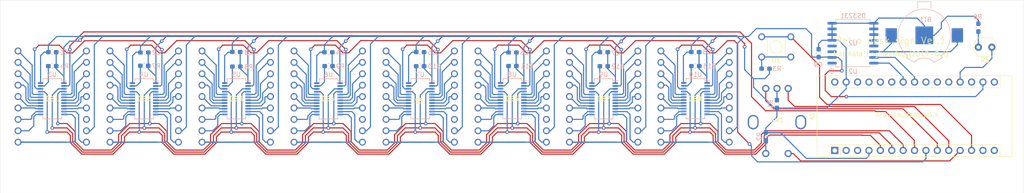
<source format=kicad_pcb>
(kicad_pcb (version 20211014) (generator pcbnew)
  (layers (0 "F.Cu" signal) (31 "B.Cu" signal) (34 "B.Paste" user) (35 "F.Paste" user) (36 "B.SilkS" user "B.Silkscreen") (37 "F.SilkS" user "F.Silkscreen") (38 "B.Mask" user) (39 "F.Mask" user) (44 "Edge.Cuts" user))
  (net 0 "")
  (net 5 "GND")
  (net 7 "/SW1")
  (net 9 "/ROTB")
  (net 11 "/ROTA")
  (net 13 "/SDO")
  (net 14 "/SCL")
  (net 15 "/iOE")
  (net 16 "/SDA")
  (net 17 "/CLK")
  (net 20 "/DATA")
  (net 22 "/LDR")
  (net 26 "/VDD")
  (net 28 "/LED-A-01")
  (net 29 "/LED-A-02")
  (net 30 "/LED-A-03")
  (net 31 "/LED-A-04")
  (net 32 "/LED-A-05")
  (net 33 "/LED-A-06")
  (net 35 "/LED-A-07")
  (net 36 "/LED-A-08")
  (net 37 "/LED-A-09")
  (net 38 "/LED-A-10")
  (net 39 "/LED-A-11")
  (net 40 "/LED-A-12")
  (net 41 "/LED-A-13")
  (net 42 "/LED-A-14")
  (net 43 "/LED-A-15")
  (net 44 "/LED-A-16")
  (net 45 "/LED-B-01")
  (net 46 "/LED-B-02")
  (net 47 "/LED-B-03")
  (net 48 "/LED-B-04")
  (net 49 "/LED-B-05")
  (net 50 "/LED-B-06")
  (net 52 "/LED-B-07")
  (net 53 "/LED-B-08")
  (net 54 "/LED-B-09")
  (net 55 "/LED-B-10")
  (net 56 "/LED-B-11")
  (net 57 "/LED-B-12")
  (net 58 "/LED-B-13")
  (net 59 "/LED-B-14")
  (net 60 "/LED-B-15")
  (net 61 "/LED-B-16")
  (net 62 "/LED-C-01")
  (net 63 "/LED-C-02")
  (net 64 "/LED-C-03")
  (net 65 "/LED-C-04")
  (net 66 "/LED-C-05")
  (net 67 "/LED-C-06")
  (net 69 "/LED-C-07")
  (net 70 "/LED-C-08")
  (net 71 "/LED-C-09")
  (net 72 "/LED-C-10")
  (net 73 "/LED-C-11")
  (net 74 "/LED-C-12")
  (net 75 "/LED-C-13")
  (net 76 "/LED-C-14")
  (net 77 "/LED-C-15")
  (net 78 "/LED-C-16")
  (net 79 "/LED-D-01")
  (net 80 "/LED-D-02")
  (net 81 "/LED-D-03")
  (net 82 "/LED-D-04")
  (net 83 "/LED-D-05")
  (net 84 "/LED-D-06")
  (net 86 "/LED-D-07")
  (net 87 "/LED-D-08")
  (net 88 "/LED-D-09")
  (net 89 "/LED-D-10")
  (net 90 "/LED-D-11")
  (net 91 "/LED-D-12")
  (net 92 "/LED-D-13")
  (net 93 "/LED-D-14")
  (net 94 "/LED-D-15")
  (net 95 "/LED-D-16")
  (net 96 "/LED-E-01")
  (net 97 "/LED-E-02")
  (net 98 "/LED-E-03")
  (net 99 "/LED-E-04")
  (net 100 "/LED-E-05")
  (net 101 "/LED-E-06")
  (net 103 "/LED-E-07")
  (net 104 "/LED-E-08")
  (net 105 "/LED-E-09")
  (net 106 "/LED-E-10")
  (net 107 "/LED-E-11")
  (net 108 "/LED-E-12")
  (net 109 "/LED-E-13")
  (net 110 "/LED-E-14")
  (net 111 "/LED-E-15")
  (net 112 "/LED-E-16")
  (net 113 "/LED-F-01")
  (net 114 "/LED-F-02")
  (net 115 "/LED-F-03")
  (net 116 "/LED-F-04")
  (net 117 "/LED-F-05")
  (net 118 "/LED-F-06")
  (net 120 "/LED-F-07")
  (net 121 "/LED-F-08")
  (net 122 "/LED-F-09")
  (net 123 "/LED-F-10")
  (net 124 "/LED-F-11")
  (net 125 "/LED-F-12")
  (net 126 "/LED-F-13")
  (net 127 "/LED-F-14")
  (net 128 "/LED-F-15")
  (net 129 "/LED-F-16")
  (net 130 "/LED-G-01")
  (net 131 "/LED-G-02")
  (net 132 "/LED-G-03")
  (net 133 "/LED-G-04")
  (net 134 "/LED-G-05")
  (net 135 "/LED-G-06")
  (net 137 "/LED-G-07")
  (net 138 "/LED-G-08")
  (net 139 "/LED-G-09")
  (net 140 "/LED-G-10")
  (net 141 "/LED-G-11")
  (net 142 "/LED-G-12")
  (net 143 "/LED-G-13")
  (net 144 "/LED-G-14")
  (net 145 "/LED-G-15")
  (net 146 "/LED-G-16")
  (net 147 "/LED-H-01")
  (net 148 "/LED-H-02")
  (net 149 "/LED-H-03")
  (net 150 "/LED-H-04")
  (net 151 "/LED-H-05")
  (net 152 "/LED-H-06")
  (net 154 "/LED-H-07")
  (net 155 "/LED-H-08")
  (net 156 "/LED-H-09")
  (net 157 "/LED-H-10")
  (net 158 "/LED-H-11")
  (net 159 "/LED-H-12")
  (net 160 "/LED-H-13")
  (net 161 "/LED-H-14")
  (net 162 "/LED-H-15")
  (net 163 "/LED-H-16")
  (net 164 "Net-(R1-Pad1)")
  (net 165 "Net-(R2-Pad2)")
  (net 166 "Net-(R3-Pad2)")
  (net 167 "Net-(R4-Pad1)")
  (net 168 "Net-(R5-Pad2)")
  (net 169 "Net-(R7-Pad1)")
  (net 170 "Net-(R8-Pad1)")
  (net 171 "Net-(R9-Pad1)")
  (net 172 "Net-(R10-Pad1)")
  (net 173 "Net-(R11-Pad1)")
  (net 174 "Net-(R12-Pad1)")
  (net 175 "Net-(R13-Pad1)")
  (net 176 "/SW2")
  (net 177 "Net-(BT1-Pad1)")
  (net 181 "Net-(U3-Pad22)")
  (net 182 "Net-(U4-Pad22)")
  (net 183 "Net-(U5-Pad22)")
  (net 184 "Net-(U6-Pad22)")
  (net 185 "Net-(U7-Pad22)")
  (net 186 "Net-(U8-Pad22)")
  (net 187 "Net-(U10-Pad2)")
  (footprint "Module:Arduino_Nano" (layer "F.Cu") (at 201 50 90)
    (fp_text reference "A1")
    (fp_text value "Arduino_Nano_v3.x")
  )
  (footprint "miz:16-seg-LED" (layer "F.Cu") (at 26.618 37.996)
    (fp_text reference "DS1")
    (fp_text value "16+1segLEDdisplayCC")
  )
  (footprint "miz:16-seg-LED" (layer "F.Cu") (at 47.118 37.996)
    (fp_text reference "DS2")
    (fp_text value "16+1segLEDdisplayCC")
  )
  (footprint "miz:16-seg-LED" (layer "F.Cu") (at 88.118 37.996)
    (fp_text reference "DS4")
    (fp_text value "16+1segLEDdisplayCC")
  )
  (footprint "miz:16-seg-LED" (layer "F.Cu") (at 108.618 37.996)
    (fp_text reference "DS5")
    (fp_text value "16+1segLEDdisplayCC")
  )
  (footprint "miz:16-seg-LED" (layer "F.Cu") (at 149.498 37.996)
    (fp_text reference "DS7")
    (fp_text value "16+1segLEDdisplayCC")
  )
  (footprint "OptoDevice:R_LDR_5.0x4.1mm_P3mm_Vertical" (layer "F.Cu") (at 236 27 180)
    (fp_text reference "R5")
    (fp_text value "R_PHOTO")
  )
  (footprint "Miz:Tactile-switch-450-1650-ND" (layer "F.Cu") (at 187.96 26.924)
    (fp_text reference "U1")
    (fp_text value "tactile-switch")
  )
  (footprint "miz:16-seg-LED" (layer "F.Cu") (at 67.618 37.996)
    (fp_text reference "DS3")
    (fp_text value "16+1segLEDdisplayCC")
  )
  (footprint "miz:16-seg-LED" (layer "F.Cu") (at 129.118 37.996)
    (fp_text reference "DS6")
    (fp_text value "16+1segLEDdisplayCC")
  )
  (footprint "miz:16-seg-LED" (layer "F.Cu") (at 169.868 37.996)
    (fp_text reference "DS8")
    (fp_text value "16+1segLEDdisplayCC")
  )
  (footprint "Miz:PEC11R" (layer "F.Cu") (at 188.122 43.688 180)
    (fp_text reference "SW1")
    (fp_text value "Rotary_Encoder_Switch")
  )
  (footprint "Capacitor_SMD:C_0603_1608Metric_Pad1.05x0.95mm_HandSolder" (layer "B.Cu") (at 26.625 28.1 180)
    (fp_text reference "C1")
    (fp_text value "1u")
  )
  (footprint "Capacitor_SMD:C_0603_1608Metric_Pad1.05x0.95mm_HandSolder" (layer "B.Cu") (at 47.15 28.175 180)
    (fp_text reference "C2")
    (fp_text value "1u")
  )
  (footprint "Capacitor_SMD:C_0603_1608Metric_Pad1.05x0.95mm_HandSolder" (layer "B.Cu") (at 67.625 28.05 180)
    (fp_text reference "C3")
    (fp_text value "1u")
  )
  (footprint "Capacitor_SMD:C_0603_1608Metric_Pad1.05x0.95mm_HandSolder" (layer "B.Cu") (at 88.15 28.125 180)
    (fp_text reference "C4")
    (fp_text value "1u")
  )
  (footprint "Capacitor_SMD:C_0603_1608Metric_Pad1.05x0.95mm_HandSolder" (layer "B.Cu") (at 108.6 28.075 180)
    (fp_text reference "C5")
    (fp_text value "1u")
  )
  (footprint "Capacitor_SMD:C_0603_1608Metric_Pad1.05x0.95mm_HandSolder" (layer "B.Cu") (at 129.18 28.17 180)
    (fp_text reference "C6")
    (fp_text value "1u")
  )
  (footprint "Capacitor_SMD:C_0603_1608Metric_Pad1.05x0.95mm_HandSolder" (layer "B.Cu") (at 149.525 28.1 180)
    (fp_text reference "C7")
    (fp_text value "1u")
  )
  (footprint "Capacitor_SMD:C_0603_1608Metric_Pad1.05x0.95mm_HandSolder" (layer "B.Cu") (at 169.9 28.075 180)
    (fp_text reference "C8")
    (fp_text value "1u")
  )
  (footprint "Resistor_SMD:R_0603_1608Metric_Pad1.05x0.95mm_HandSolder" (layer "B.Cu") (at 188.1 39.675 -90)
    (fp_text reference "R1")
    (fp_text value "10k")
  )
  (footprint "Resistor_SMD:R_0603_1608Metric_Pad1.05x0.95mm_HandSolder" (layer "B.Cu") (at 185.625 46.9 -90)
    (fp_text reference "R2")
    (fp_text value "10k")
  )
  (footprint "Resistor_SMD:R_0603_1608Metric_Pad1.05x0.95mm_HandSolder" (layer "B.Cu") (at 185.575 31.775 180)
    (fp_text reference "R3")
    (fp_text value "10k")
  )
  (footprint "Resistor_SMD:R_0603_1608Metric_Pad1.05x0.95mm_HandSolder" (layer "B.Cu") (at 47.125 31.125)
    (fp_text reference "R7")
    (fp_text value "1k")
  )
  (footprint "Resistor_SMD:R_0603_1608Metric_Pad1.05x0.95mm_HandSolder" (layer "B.Cu") (at 88.2 31.2)
    (fp_text reference "R9")
    (fp_text value "1k")
  )
  (footprint "Resistor_SMD:R_0603_1608Metric_Pad1.05x0.95mm_HandSolder" (layer "B.Cu") (at 108.6 31.225)
    (fp_text reference "R10")
    (fp_text value "1k")
  )
  (footprint "Resistor_SMD:R_0603_1608Metric_Pad1.05x0.95mm_HandSolder" (layer "B.Cu") (at 129.175 31.18)
    (fp_text reference "R11")
    (fp_text value "1k")
  )
  (footprint "Package_SO:SSOP-24_3.9x8.7mm_P0.635mm" (layer "B.Cu") (at 26.618 38.481 180)
    (fp_text reference "U3")
    (fp_text value "TLC5926")
  )
  (footprint "Package_SO:SSOP-24_3.9x8.7mm_P0.635mm" (layer "B.Cu") (at 47.075 38.496 180)
    (fp_text reference "U4")
    (fp_text value "TLC5926")
  )
  (footprint "Package_SO:SSOP-24_3.9x8.7mm_P0.635mm" (layer "B.Cu") (at 67.65 38.4825 180)
    (fp_text reference "U5")
    (fp_text value "TLC5926")
  )
  (footprint "Package_SO:SSOP-24_3.9x8.7mm_P0.635mm" (layer "B.Cu") (at 88.175 38.5075 180)
    (fp_text reference "U6")
    (fp_text value "TLC5926")
  )
  (footprint "Package_SO:SSOP-24_3.9x8.7mm_P0.635mm" (layer "B.Cu") (at 108.625 38.4825 180)
    (fp_text reference "U7")
    (fp_text value "TLC5926")
  )
  (footprint "Package_SO:SSOP-24_3.9x8.7mm_P0.635mm" (layer "B.Cu") (at 129.125 38.4575 180)
    (fp_text reference "U8")
    (fp_text value "TLC5926")
  )
  (footprint "Package_SO:SSOP-24_3.9x8.7mm_P0.635mm" (layer "B.Cu") (at 149.475 38.5 180)
    (fp_text reference "U9")
    (fp_text value "TLC5926")
  )
  (footprint "Package_SO:SSOP-24_3.9x8.7mm_P0.635mm" (layer "B.Cu") (at 169.95 38.45 180)
    (fp_text reference "U10")
    (fp_text value "TLC5926")
  )
  (footprint "Resistor_SMD:R_0603_1608Metric_Pad1.05x0.95mm_HandSolder" (layer "B.Cu") (at 67.65 31.3)
    (fp_text reference "R8")
    (fp_text value "1k")
  )
  (footprint "Resistor_SMD:R_0603_1608Metric_Pad1.05x0.95mm_HandSolder" (layer "B.Cu") (at 169.925 31.2)
    (fp_text reference "R13")
    (fp_text value "1k")
  )
  (footprint "Resistor_SMD:R_0603_1608Metric_Pad1.05x0.95mm_HandSolder" (layer "B.Cu") (at 149.525 31.225)
    (fp_text reference "R12")
    (fp_text value "1k")
  )
  (footprint "Resistor_SMD:R_0603_1608Metric_Pad1.05x0.95mm_HandSolder" (layer "B.Cu") (at 26.625 31.2)
    (fp_text reference "R4")
    (fp_text value "1k")
  )
  (footprint "Capacitor_SMD:C_0603_1608Metric_Pad1.05x0.95mm_HandSolder" (layer "B.Cu") (at 197.4 28.325 90)
    (fp_text reference "C9")
    (fp_text value "1u")
  )
  (footprint "Package_SO:SOIC-16W_7.5x10.3mm_P1.27mm" (layer "B.Cu") (at 205.05 26.095)
    (fp_text reference "U2")
    (fp_text value "DS3231")
  )
  (footprint "miz:CR1220-leystone" (layer "B.Cu") (at 220.95 24.35)
    (fp_text reference "BT1")
    (fp_text value "Battery_Cell")
  )
  (footprint "Resistor_SMD:R_0603_1608Metric_Pad1.05x0.95mm_HandSolder" (layer "B.Cu") (at 233 22.625 90)
    (fp_text reference "R6")
    (fp_text value "20k")
  )
  (gr_circle (center 200.3 32.3) (end 200.8 32) (layer "B.SilkS") (width 0.12) (fill none))
  (gr_line (start 243 16.5) (end 243 17) (layer "Edge.Cuts") (width 0.05))
  (gr_line (start 15 59.5) (end 243 59.5) (layer "Edge.Cuts") (width 0.05))
  (gr_line (start 243 59.5) (end 243 17) (layer "Edge.Cuts") (width 0.05))
  (gr_line (start 15 16.5) (end 243 16.5) (layer "Edge.Cuts") (width 0.05))
  (gr_line (start 15 16.5) (end 15 59.5) (layer "Edge.Cuts") (width 0.05))
  (gr_text "Makihata Engineering (2019-Oct)" (at 213.5 28.5) (layer "F.SilkS") (effects (font (size 1 1))))
  (gr_text "Retro desk sign Ver.1" (at 213.5 25.5) (layer "F.SilkS") (effects (font (size 1.5 1.5))))
  (segment (start 32.829154 25.429154) (end 33.229153 25.029155) (width 0.25) (layer "F.Cu") (net 5))
  (segment (start 71.51 25.65) (end 71.909999 25.250001) (width 0.25) (layer "F.Cu") (net 5))
  (segment (start 153.41 25.7) (end 154.66 24.45) (width 0.25) (layer "F.Cu") (net 5))
  (segment (start 33.8 24.45) (end 52.5 24.45) (width 0.25) (layer "F.Cu") (net 5))
  (segment (start 52.5 24.45) (end 72.7 24.45) (width 0.25) (layer "F.Cu") (net 5))
  (segment (start 134.2 24.45) (end 154.75 24.45) (width 0.25) (layer "F.Cu") (net 5))
  (segment (start 33.229153 25.020847) (end 33.25 25) (width 0.25) (layer "F.Cu") (net 5))
  (segment (start 71.909999 25.240001) (end 72.7 24.45) (width 0.25) (layer "F.Cu") (net 5))
  (segment (start 93.21 24.45) (end 93.45 24.45) (width 0.25) (layer "F.Cu") (net 5))
  (segment (start 154.66 24.45) (end 154.75 24.45) (width 0.25) (layer "F.Cu") (net 5))
  (segment (start 180.9 26.2) (end 180.9 26.9) (width 0.25) (layer "F.Cu") (net 5))
  (segment (start 133.409999 25.250001) (end 133.409999 25.240001) (width 0.25) (layer "F.Cu") (net 5))
  (segment (start 174.96 24.45) (end 175 24.45) (width 0.25) (layer "F.Cu") (net 5))
  (segment (start 113.71 24.45) (end 113.85 24.45) (width 0.25) (layer "F.Cu") (net 5))
  (segment (start 133.409999 25.240001) (end 134.2 24.45) (width 0.25) (layer "F.Cu") (net 5))
  (segment (start 33.229153 25.029155) (end 33.229153 25.020847) (width 0.25) (layer "F.Cu") (net 5))
  (segment (start 51.01 25.65) (end 52.21 24.45) (width 0.25) (layer "F.Cu") (net 5))
  (segment (start 72.7 24.45) (end 75.7 24.45) (width 0.25) (layer "F.Cu") (net 5))
  (segment (start 113.85 24.45) (end 134.2 24.45) (width 0.25) (layer "F.Cu") (net 5))
  (segment (start 154.75 24.45) (end 175 24.45) (width 0.25) (layer "F.Cu") (net 5))
  (segment (start 33.25 25) (end 33.8 24.45) (width 0.25) (layer "F.Cu") (net 5))
  (segment (start 75.7 24.45) (end 93.45 24.45) (width 0.25) (layer "F.Cu") (net 5))
  (segment (start 93.45 24.45) (end 113.85 24.45) (width 0.25) (layer "F.Cu") (net 5))
  (segment (start 52.21 24.45) (end 52.5 24.45) (width 0.25) (layer "F.Cu") (net 5))
  (segment (start 92.01 25.65) (end 93.21 24.45) (width 0.25) (layer "F.Cu") (net 5))
  (segment (start 175.55 24.45) (end 179.15 24.45) (width 0.25) (layer "F.Cu") (net 5))
  (segment (start 71.909999 25.250001) (end 71.909999 25.240001) (width 0.25) (layer "F.Cu") (net 5))
  (segment (start 173.76 25.65) (end 174.96 24.45) (width 0.25) (layer "F.Cu") (net 5))
  (segment (start 175 24.45) (end 175.55 24.45) (width 0.25) (layer "F.Cu") (net 5))
  (segment (start 133.01 25.65) (end 133.409999 25.250001) (width 0.25) (layer "F.Cu") (net 5))
  (segment (start 112.51 25.65) (end 113.71 24.45) (width 0.25) (layer "F.Cu") (net 5))
  (segment (start 179.15 24.45) (end 180.9 26.2) (width 0.25) (layer "F.Cu") (net 5))
  (via (at 173.76 25.65) (size 0.8) (drill 0.4) (layers "F.Cu" "B.Cu") (net 5))
  (via (at 153.41 25.7) (size 0.8) (drill 0.4) (layers "F.Cu" "B.Cu") (net 5))
  (via (at 71.51 25.65) (size 0.8) (drill 0.4) (layers "F.Cu" "B.Cu") (net 5))
  (via (at 112.51 25.65) (size 0.8) (drill 0.4) (layers "F.Cu" "B.Cu") (net 5))
  (via (at 32.829154 25.429154) (size 0.8) (drill 0.4) (layers "F.Cu" "B.Cu") (net 5))
  (via (at 180.9 26.9) (size 0.8) (drill 0.4) (layers "F.Cu" "B.Cu") (net 5))
  (via (at 51.01 25.65) (size 0.8) (drill 0.4) (layers "F.Cu" "B.Cu") (net 5))
  (via (at 133.01 25.65) (size 0.8) (drill 0.4) (layers "F.Cu" "B.Cu") (net 5))
  (via (at 92.01 25.65) (size 0.8) (drill 0.4) (layers "F.Cu" "B.Cu") (net 5))
  (segment (start 170.75 31.765) (end 172.468 33.483) (width 0.25) (layer "B.Cu") (net 5))
  (segment (start 170.75 31.19) (end 170.75 31.765) (width 0.25) (layer "B.Cu") (net 5))
  (segment (start 172.468 33.483) (end 172.468 34.9785) (width 0.25) (layer "B.Cu") (net 5))
  (segment (start 170.75 28.09) (end 170.75 31.19) (width 0.25) (layer "B.Cu") (net 5))
  (segment (start 172.468 33.493) (end 172.468 26.942) (width 0.25) (layer "B.Cu") (net 5))
  (segment (start 172.468 26.942) (end 173.76 25.65) (width 0.25) (layer "B.Cu") (net 5))
  (segment (start 152.118 33.533) (end 152.118 35.0285) (width 0.25) (layer "B.Cu") (net 5))
  (segment (start 150.4 31.815) (end 152.118 33.533) (width 0.25) (layer "B.Cu") (net 5))
  (segment (start 152.118 33.543) (end 152.118 26.992) (width 0.25) (layer "B.Cu") (net 5))
  (segment (start 152.118 26.992) (end 153.41 25.7) (width 0.25) (layer "B.Cu") (net 5))
  (segment (start 32.608308 25.65) (end 32.829154 25.429154) (width 0.25) (layer "B.Cu") (net 5))
  (segment (start 208.62 50) (end 208.62 51.205) (width 0.25) (layer "B.Cu") (net 5))
  (segment (start 109.5 28.1) (end 109.5 31.2) (width 0.25) (layer "B.Cu") (net 5))
  (segment (start 185.4 34) (end 186.45 32.95) (width 0.25) (layer "B.Cu") (net 5))
  (segment (start 48.01 31.775) (end 49.728 33.493) (width 0.25) (layer "B.Cu") (net 5))
  (segment (start 197.4 27.45) (end 197.4 26.2) (width 0.25) (layer "B.Cu") (net 5))
  (segment (start 188.1 40.55) (end 187.525 40.55) (width 0.25) (layer "B.Cu") (net 5))
  (segment (start 130 31.2) (end 130 31.775) (width 0.25) (layer "B.Cu") (net 5))
  (segment (start 232.1 20.1) (end 226.125 20.1) (width 0.25) (layer "B.Cu") (net 5))
  (segment (start 49.718 26.942) (end 51.01 25.65) (width 0.25) (layer "B.Cu") (net 5))
  (segment (start 130 31.775) (end 131.718 33.493) (width 0.25) (layer "B.Cu") (net 5))
  (segment (start 185.625 45.025) (end 188.1 42.55) (width 0.25) (layer "B.Cu") (net 5))
  (segment (start 27.5 31.2) (end 27.5 31.775) (width 0.25) (layer "B.Cu") (net 5))
  (segment (start 90.718 26.942) (end 92.01 25.65) (width 0.25) (layer "B.Cu") (net 5))
  (segment (start 180.9 26.9) (end 180.9 32) (width 0.25) (layer "B.Cu") (net 5))
  (segment (start 201.86 25.46) (end 200.4 25.46) (width 0.25) (layer "B.Cu") (net 5))
  (segment (start 188.1 42.55) (end 188.1 40.55) (width 0.25) (layer "B.Cu") (net 5))
  (segment (start 27.5 28.1) (end 27.5 31.2) (width 0.25) (layer "B.Cu") (net 5))
  (segment (start 186.45 32.95) (end 186.45 31.775) (width 0.25) (layer "B.Cu") (net 5))
  (segment (start 223.18 24.35) (end 224.75 22.78) (width 0.25) (layer "B.Cu") (net 5))
  (segment (start 131.718 33.493) (end 131.718 26.942) (width 0.25) (layer "B.Cu") (net 5))
  (segment (start 209.7 21.65) (end 209.7 26.73) (width 0.25) (layer "B.Cu") (net 5))
  (segment (start 185.625 46.025) (end 185.625 45.025) (width 0.25) (layer "B.Cu") (net 5))
  (segment (start 226.125 20.1) (end 224.75 21.475) (width 0.25) (layer "B.Cu") (net 5))
  (segment (start 27.5 31.775) (end 29.218 33.493) (width 0.25) (layer "B.Cu") (net 5))
  (segment (start 150.4 28.1) (end 150.4 28.675) (width 0.25) (layer "B.Cu") (net 5))
  (segment (start 68.5 28.07) (end 68.5 31.17) (width 0.25) (layer "B.Cu") (net 5))
  (segment (start 220.95 22.12) (end 220.95 24.35) (width 0.25) (layer "B.Cu") (net 5))
  (segment (start 219.34 20.51) (end 220.95 22.12) (width 0.25) (layer "B.Cu") (net 5))
  (segment (start 111.218 33.493) (end 111.218 34.9885) (width 0.25) (layer "B.Cu") (net 5))
  (segment (start 210.84 20.51) (end 219.34 20.51) (width 0.25) (layer "B.Cu") (net 5))
  (segment (start 220.95 24.35) (end 223.18 24.35) (width 0.25) (layer "B.Cu") (net 5))
  (segment (start 68.5 31.745) (end 70.218 33.463) (width 0.25) (layer "B.Cu") (net 5))
  (segment (start 29.218 26.942) (end 30.51 25.65) (width 0.25) (layer "B.Cu") (net 5))
  (segment (start 48.01 28.1) (end 48.01 31.2) (width 0.25) (layer "B.Cu") (net 5))
  (segment (start 182.9 34) (end 185.4 34) (width 0.25) (layer "B.Cu") (net 5))
  (segment (start 224.75 22.78) (end 224.75 21.475) (width 0.25) (layer "B.Cu") (net 5))
  (segment (start 188.9 46.025) (end 185.625 46.025) (width 0.25) (layer "B.Cu") (net 5))
  (segment (start 209.7 21.65) (end 210.84 20.51) (width 0.25) (layer "B.Cu") (net 5))
  (segment (start 208.62 51.205) (end 208.05 51.775) (width 0.25) (layer "B.Cu") (net 5))
  (segment (start 90.718 33.493) (end 90.718 26.942) (width 0.25) (layer "B.Cu") (net 5))
  (segment (start 188.1 40.55) (end 199.25 40.55) (width 0.25) (layer "B.Cu") (net 5))
  (segment (start 30.51 25.65) (end 32.608308 25.65) (width 0.25) (layer "B.Cu") (net 5))
  (segment (start 200.4 21.65) (end 208.43 21.65) (width 0.25) (layer "B.Cu") (net 5))
  (segment (start 109.5 31.775) (end 111.218 33.493) (width 0.25) (layer "B.Cu") (net 5))
  (segment (start 208.43 21.65) (end 209.7 21.65) (width 0.25) (layer "B.Cu") (net 5))
  (segment (start 89 31.765) (end 90.718 33.483) (width 0.25) (layer "B.Cu") (net 5))
  (segment (start 194.65 51.775) (end 188.9 46.025) (width 0.25) (layer "B.Cu") (net 5))
  (segment (start 150.4 31.815) (end 150.4 31.225) (width 0.25) (layer "B.Cu") (net 5))
  (segment (start 29.218 33.493) (end 29.218 34.9885) (width 0.25) (layer "B.Cu") (net 5))
  (segment (start 131.718 33.493) (end 131.718 34.9885) (width 0.25) (layer "B.Cu") (net 5))
  (segment (start 131.718 26.942) (end 133.01 25.65) (width 0.25) (layer "B.Cu") (net 5))
  (segment (start 182.9 35.925) (end 182.9 34) (width 0.25) (layer "B.Cu") (net 5))
  (segment (start 197.4 26.2) (end 198.14 25.46) (width 0.25) (layer "B.Cu") (net 5))
  (segment (start 70.218 26.942) (end 71.51 25.65) (width 0.25) (layer "B.Cu") (net 5))
  (segment (start 29.218 33.493) (end 29.218 26.942) (width 0.25) (layer "B.Cu") (net 5))
  (segment (start 203.54 27.14) (end 201.86 25.46) (width 0.25) (layer "B.Cu") (net 5))
  (segment (start 89 28.09) (end 89 31.19) (width 0.25) (layer "B.Cu") (net 5))
  (segment (start 90.718 33.483) (end 90.718 34.9785) (width 0.25) (layer "B.Cu") (net 5))
  (segment (start 233 21) (end 232.1 20.1) (width 0.25) (layer "B.Cu") (net 5))
  (segment (start 109.5 31.2) (end 109.5 31.775) (width 0.25) (layer "B.Cu") (net 5))
  (segment (start 111.218 26.942) (end 112.51 25.65) (width 0.25) (layer "B.Cu") (net 5))
  (segment (start 233 21.75) (end 233 21) (width 0.25) (layer "B.Cu") (net 5))
  (segment (start 198.14 25.46) (end 200.4 25.46) (width 0.25) (layer "B.Cu") (net 5))
  (segment (start 68.5 31.17) (end 68.5 31.745) (width 0.25) (layer "B.Cu") (net 5))
  (segment (start 208.05 51.775) (end 194.65 51.775) (width 0.25) (layer "B.Cu") (net 5))
  (segment (start 150.4 28.675) (end 150.4 31.225) (width 0.25) (layer "B.Cu") (net 5))
  (segment (start 203.6 36.2) (end 203.54 36.14) (width 0.25) (layer "B.Cu") (net 5))
  (segment (start 89 31.19) (end 89 31.765) (width 0.25) (layer "B.Cu") (net 5))
  (segment (start 187.525 40.55) (end 182.9 35.925) (width 0.25) (layer "B.Cu") (net 5))
  (segment (start 70.218 33.463) (end 70.218 34.9585) (width 0.25) (layer "B.Cu") (net 5))
  (segment (start 49.728 33.493) (end 49.728 34.9885) (width 0.25) (layer "B.Cu") (net 5))
  (segment (start 48.01 31.2) (end 48.01 31.775) (width 0.25) (layer "B.Cu") (net 5))
  (segment (start 49.718 33.493) (end 49.718 26.942) (width 0.25) (layer "B.Cu") (net 5))
  (segment (start 199.25 40.55) (end 203.6 36.2) (width 0.25) (layer "B.Cu") (net 5))
  (segment (start 200.4 25.46) (end 200.4 21.65) (width 0.25) (layer "B.Cu") (net 5))
  (segment (start 203.54 34.76) (end 203.54 27.14) (width 0.25) (layer "B.Cu") (net 5))
  (segment (start 111.218 33.493) (end 111.218 26.942) (width 0.25) (layer "B.Cu") (net 5))
  (segment (start 130 28.1) (end 130 31.2) (width 0.25) (layer "B.Cu") (net 5))
  (segment (start 203.54 36.14) (end 203.54 34.76) (width 0.25) (layer "B.Cu") (net 5))
  (segment (start 70.218 33.493) (end 70.218 26.942) (width 0.25) (layer "B.Cu") (net 5))
  (segment (start 180.9 32) (end 182.9 34) (width 0.25) (layer "B.Cu") (net 5))
  (segment (start 193.39537 52.33) (end 226.61 52.33) (width 0.25) (layer "F.Cu") (net 7))
  (segment (start 228.140001 50.799999) (end 226.61 52.33) (width 0.25) (layer "F.Cu") (net 7))
  (segment (start 190.622 50.688) (end 191.75337 50.688) (width 0.25) (layer "F.Cu") (net 7))
  (segment (start 191.75337 50.688) (end 193.39537 52.33) (width 0.25) (layer "F.Cu") (net 7))
  (segment (start 228.94 50) (end 228.140001 50.799999) (width 0.25) (layer "F.Cu") (net 7))
  (segment (start 185.622 36.188) (end 185.622 38.922) (width 0.25) (layer "F.Cu") (net 9))
  (segment (start 185.622 38.922) (end 187.40999 40.70999) (width 0.25) (layer "F.Cu") (net 9))
  (segment (start 223.86 50) (end 223.86 48.38) (width 0.25) (layer "F.Cu") (net 9))
  (segment (start 216.18999 40.70999) (end 187.40999 40.70999) (width 0.25) (layer "F.Cu") (net 9))
  (segment (start 223.86 48.38) (end 216.18999 40.70999) (width 0.25) (layer "F.Cu") (net 9))
  (segment (start 192.04002 40.21) (end 218.75 40.21) (width 0.25) (layer "F.Cu") (net 11))
  (segment (start 190.622 36.188) (end 190.622 38.79198) (width 0.25) (layer "F.Cu") (net 11))
  (segment (start 218.75 40.21) (end 226.4 47.86) (width 0.25) (layer "F.Cu") (net 11))
  (segment (start 226.4 47.86) (end 226.4 50) (width 0.25) (layer "F.Cu") (net 11))
  (segment (start 190.622 38.79198) (end 192.04002 40.21) (width 0.25) (layer "F.Cu") (net 11))
  (segment (start 171.445 26.535) (end 173.174001 28.264001) (width 0.25) (layer "F.Cu") (net 13))
  (segment (start 177.095 25.535) (end 174.365999 28.264001) (width 0.25) (layer "F.Cu") (net 13))
  (segment (start 166.87 26.546) (end 165.952 27.464) (width 0.25) (layer "F.Cu") (net 13))
  (segment (start 166.87 26.535) (end 171.445 26.535) (width 0.25) (layer "F.Cu") (net 13))
  (segment (start 173.174001 28.264001) (end 174.365999 28.264001) (width 0.25) (layer "F.Cu") (net 13))
  (segment (start 178.605 25.535) (end 179.36 26.29) (width 0.25) (layer "F.Cu") (net 13))
  (segment (start 179.36 45.93) (end 182.01 48.58) (width 0.25) (layer "F.Cu") (net 13))
  (segment (start 177.095 25.535) (end 178.605 25.535) (width 0.25) (layer "F.Cu") (net 13))
  (segment (start 221.32 50) (end 221.32 51.13137) (width 0.25) (layer "F.Cu") (net 13))
  (segment (start 179.36 26.29) (end 179.36 45.93) (width 0.25) (layer "F.Cu") (net 13))
  (via (at 165.957 27.454) (size 0.8) (drill 0.4) (layers "F.Cu" "B.Cu") (net 13))
  (via (at 182.01 48.58) (size 0.8) (drill 0.4) (layers "F.Cu" "B.Cu") (net 13))
  (segment (start 165.957 35.7945) (end 165.957 27.454) (width 0.25) (layer "B.Cu") (net 13))
  (segment (start 167.275 36.2625) (end 166.425 36.2625) (width 0.25) (layer "B.Cu") (net 13))
  (segment (start 166.425 36.2625) (end 165.957 35.7945) (width 0.25) (layer "B.Cu") (net 13))
  (segment (start 220.59 52.55) (end 221.32 51.82) (width 0.25) (layer "B.Cu") (net 13))
  (segment (start 183.8 52.55) (end 220.59 52.55) (width 0.25) (layer "B.Cu") (net 13))
  (segment (start 182.51 51.26) (end 183.8 52.55) (width 0.25) (layer "B.Cu") (net 13))
  (segment (start 182.51 50.97) (end 182.51 51.26) (width 0.25) (layer "B.Cu") (net 13))
  (segment (start 221.32 51.82) (end 221.32 51.16) (width 0.25) (layer "B.Cu") (net 13))
  (segment (start 182.409999 48.979999) (end 182.409999 50.869999) (width 0.25) (layer "B.Cu") (net 13))
  (segment (start 182.409999 50.869999) (end 182.51 50.97) (width 0.25) (layer "B.Cu") (net 13))
  (segment (start 182.01 48.58) (end 182.409999 48.979999) (width 0.25) (layer "B.Cu") (net 13))
  (segment (start 221.32 51.16) (end 221.32 50) (width 0.25) (layer "B.Cu") (net 13))
  (segment (start 216.24 33.62863) (end 213.15137 30.54) (width 0.25) (layer "B.Cu") (net 14))
  (segment (start 216.24 34.76) (end 216.24 33.62863) (width 0.25) (layer "B.Cu") (net 14))
  (segment (start 213.15137 30.54) (end 209.7 30.54) (width 0.25) (layer "B.Cu") (net 14))
  (segment (start 148.375 45.9) (end 152.775 45.9) (width 0.25) (layer "F.Cu") (net 15))
  (segment (start 156.077198 50.825018) (end 163.022802 50.825018) (width 0.25) (layer "F.Cu") (net 15))
  (segment (start 153.525 48.27282) (end 156.077198 50.825018) (width 0.25) (layer "F.Cu") (net 15))
  (segment (start 153.525 46.65) (end 153.525 48.27282) (width 0.25) (layer "F.Cu") (net 15))
  (segment (start 163.022802 50.825018) (end 165.57391 48.27391) (width 0.25) (layer "F.Cu") (net 15))
  (segment (start 165.57391 48.27391) (end 165.57391 47.00909) (width 0.25) (layer "F.Cu") (net 15))
  (segment (start 152.775 45.9) (end 153.525 46.65) (width 0.25) (layer "F.Cu") (net 15))
  (segment (start 166.679 45.904) (end 168.882 45.904) (width 0.25) (layer "F.Cu") (net 15))
  (segment (start 165.57391 47.00909) (end 166.679 45.904) (width 0.25) (layer "F.Cu") (net 15))
  (segment (start 30.65 48.27282) (end 33.202198 50.825018) (width 0.25) (layer "F.Cu") (net 15))
  (segment (start 64.304 45.904) (end 66.507 45.904) (width 0.25) (layer "F.Cu") (net 15))
  (segment (start 66.5 45.9) (end 70.9 45.9) (width 0.25) (layer "F.Cu") (net 15))
  (segment (start 112.65 46.65) (end 112.65 48.27282) (width 0.25) (layer "F.Cu") (net 15))
  (segment (start 105.304 45.904) (end 107.507 45.904) (width 0.25) (layer "F.Cu") (net 15))
  (segment (start 46 45.9) (end 50.4 45.9) (width 0.25) (layer "F.Cu") (net 15))
  (segment (start 185.94891 47.02109) (end 185.94891 48.27391) (width 0.25) (layer "F.Cu") (net 15))
  (segment (start 145.19891 47.00909) (end 146.304 45.904) (width 0.25) (layer "F.Cu") (net 15))
  (segment (start 173.9 46.65) (end 173.9 48.27282) (width 0.25) (layer "F.Cu") (net 15))
  (segment (start 87 45.9) (end 91.4 45.9) (width 0.25) (layer "F.Cu") (net 15))
  (segment (start 43.804 45.904) (end 46.007 45.904) (width 0.25) (layer "F.Cu") (net 15))
  (segment (start 29.9 45.9) (end 30.65 46.65) (width 0.25) (layer "F.Cu") (net 15))
  (segment (start 33.202198 50.825018) (end 40.147802 50.825018) (width 0.25) (layer "F.Cu") (net 15))
  (segment (start 53.702198 50.825018) (end 60.647802 50.825018) (width 0.25) (layer "F.Cu") (net 15))
  (segment (start 115.202198 50.825018) (end 122.147802 50.825018) (width 0.25) (layer "F.Cu") (net 15))
  (segment (start 124.69891 47.00909) (end 125.804 45.904) (width 0.25) (layer "F.Cu") (net 15))
  (segment (start 186.4 46.57) (end 185.94891 47.02109) (width 0.25) (layer "F.Cu") (net 15))
  (segment (start 81.147802 50.825018) (end 83.69891 48.27391) (width 0.25) (layer "F.Cu") (net 15))
  (segment (start 92.15 48.27282) (end 94.702198 50.825018) (width 0.25) (layer "F.Cu") (net 15))
  (segment (start 101.647802 50.825018) (end 104.19891 48.27391) (width 0.25) (layer "F.Cu") (net 15))
  (segment (start 145.19891 48.27391) (end 145.19891 47.00909) (width 0.25) (layer "F.Cu") (net 15))
  (segment (start 133.15 48.27282) (end 135.702198 50.825018) (width 0.25) (layer "F.Cu") (net 15))
  (segment (start 133.15 46.65) (end 133.15 48.27282) (width 0.25) (layer "F.Cu") (net 15))
  (segment (start 25.5 45.9) (end 29.9 45.9) (width 0.25) (layer "F.Cu") (net 15))
  (segment (start 92.15 46.65) (end 92.15 48.27282) (width 0.25) (layer "F.Cu") (net 15))
  (segment (start 91.4 45.9) (end 92.15 46.65) (width 0.25) (layer "F.Cu") (net 15))
  (segment (start 135.702198 50.825018) (end 142.647802 50.825018) (width 0.25) (layer "F.Cu") (net 15))
  (segment (start 104.19891 48.27391) (end 104.19891 47.00909) (width 0.25) (layer "F.Cu") (net 15))
  (segment (start 132.4 45.9) (end 133.15 46.65) (width 0.25) (layer "F.Cu") (net 15))
  (segment (start 122.147802 50.825018) (end 124.69891 48.27391) (width 0.25) (layer "F.Cu") (net 15))
  (segment (start 168.75 45.9) (end 173.15 45.9) (width 0.25) (layer "F.Cu") (net 15))
  (segment (start 94.702198 50.825018) (end 101.647802 50.825018) (width 0.25) (layer "F.Cu") (net 15))
  (segment (start 42.69891 48.27391) (end 42.69891 47.00909) (width 0.25) (layer "F.Cu") (net 15))
  (segment (start 40.147802 50.825018) (end 42.69891 48.27391) (width 0.25) (layer "F.Cu") (net 15))
  (segment (start 84.804 45.904) (end 87.007 45.904) (width 0.25) (layer "F.Cu") (net 15))
  (segment (start 71.65 48.27282) (end 74.202198 50.825018) (width 0.25) (layer "F.Cu") (net 15))
  (segment (start 51.15 48.27282) (end 53.702198 50.825018) (width 0.25) (layer "F.Cu") (net 15))
  (segment (start 176.452198 50.825018) (end 183.397802 50.825018) (width 0.25) (layer "F.Cu") (net 15))
  (segment (start 83.69891 47.00909) (end 84.804 45.904) (width 0.25) (layer "F.Cu") (net 15))
  (segment (start 207.12 46.63) (end 207.06 46.57) (width 0.25) (layer "F.Cu") (net 15))
  (segment (start 142.647802 50.825018) (end 145.19891 48.27391) (width 0.25) (layer "F.Cu") (net 15))
  (segment (start 112.65 48.27282) (end 115.202198 50.825018) (width 0.25) (layer "F.Cu") (net 15))
  (segment (start 50.4 45.9) (end 51.15 46.65) (width 0.25) (layer "F.Cu") (net 15))
  (segment (start 124.69891 48.27391) (end 124.69891 47.00909) (width 0.25) (layer "F.Cu") (net 15))
  (segment (start 107.5 45.9) (end 111.9 45.9) (width 0.25) (layer "F.Cu") (net 15))
  (segment (start 125.804 45.904) (end 128.007 45.904) (width 0.25) (layer "F.Cu") (net 15))
  (segment (start 104.19891 47.00909) (end 105.304 45.904) (width 0.25) (layer "F.Cu") (net 15))
  (segment (start 173.9 48.27282) (end 176.452198 50.825018) (width 0.25) (layer "F.Cu") (net 15))
  (segment (start 128 45.9) (end 132.4 45.9) (width 0.25) (layer "F.Cu") (net 15))
  (segment (start 51.15 46.65) (end 51.15 48.27282) (width 0.25) (layer "F.Cu") (net 15))
  (segment (start 63.19891 47.00909) (end 64.304 45.904) (width 0.25) (layer "F.Cu") (net 15))
  (segment (start 183.397802 50.825018) (end 185.94891 48.27391) (width 0.25) (layer "F.Cu") (net 15))
  (segment (start 211.16 50) (end 211.16 48.86863) (width 0.25) (layer "F.Cu") (net 15))
  (segment (start 71.65 46.65) (end 71.65 48.27282) (width 0.25) (layer "F.Cu") (net 15))
  (segment (start 146.304 45.904) (end 148.507 45.904) (width 0.25) (layer "F.Cu") (net 15))
  (segment (start 60.647802 50.825018) (end 63.19891 48.27391) (width 0.25) (layer "F.Cu") (net 15))
  (segment (start 207.06 46.57) (end 186.4 46.57) (width 0.25) (layer "F.Cu") (net 15))
  (segment (start 74.202198 50.825018) (end 81.147802 50.825018) (width 0.25) (layer "F.Cu") (net 15))
  (segment (start 63.19891 48.27391) (end 63.19891 47.00909) (width 0.25) (layer "F.Cu") (net 15))
  (segment (start 70.9 45.9) (end 71.65 46.65) (width 0.25) (layer "F.Cu") (net 15))
  (segment (start 173.15 45.9) (end 173.9 46.65) (width 0.25) (layer "F.Cu") (net 15))
  (segment (start 211.16 48.86863) (end 208.92137 46.63) (width 0.25) (layer "F.Cu") (net 15))
  (segment (start 208.92137 46.63) (end 207.12 46.63) (width 0.25) (layer "F.Cu") (net 15))
  (segment (start 83.69891 48.27391) (end 83.69891 47.00909) (width 0.25) (layer "F.Cu") (net 15))
  (segment (start 111.9 45.9) (end 112.65 46.65) (width 0.25) (layer "F.Cu") (net 15))
  (segment (start 42.69891 47.00909) (end 43.804 45.904) (width 0.25) (layer "F.Cu") (net 15))
  (segment (start 30.65 46.65) (end 30.65 48.27282) (width 0.25) (layer "F.Cu") (net 15))
  (via (at 148.382 45.904) (size 0.8) (drill 0.4) (layers "F.Cu" "B.Cu") (net 15))
  (via (at 87.007 45.904) (size 0.8) (drill 0.4) (layers "F.Cu" "B.Cu") (net 15))
  (via (at 66.507 45.904) (size 0.8) (drill 0.4) (layers "F.Cu" "B.Cu") (net 15))
  (via (at 25.5 45.9) (size 0.8) (drill 0.4) (layers "F.Cu" "B.Cu") (net 15))
  (via (at 128.007 45.904) (size 0.8) (drill 0.4) (layers "F.Cu" "B.Cu") (net 15))
  (via (at 168.757 45.904) (size 0.8) (drill 0.4) (layers "F.Cu" "B.Cu") (net 15))
  (via (at 46.007 45.904) (size 0.8) (drill 0.4) (layers "F.Cu" "B.Cu") (net 15))
  (via (at 107.507 45.904) (size 0.8) (drill 0.4) (layers "F.Cu" "B.Cu") (net 15))
  (segment (start 168.125 36.8975) (end 168.757 37.5295) (width 0.25) (layer "B.Cu") (net 15))
  (segment (start 168.757 37.5295) (end 168.757 45.904) (width 0.25) (layer "B.Cu") (net 15))
  (segment (start 167.275 36.8975) (end 168.125 36.8975) (width 0.25) (layer "B.Cu") (net 15))
  (segment (start 24.018 36.8935) (end 24.868 36.8935) (width 0.25) (layer "B.Cu") (net 15))
  (segment (start 107.507 37.5295) (end 107.507 45.904) (width 0.25) (layer "B.Cu") (net 15))
  (segment (start 46.007 37.5295) (end 46.007 45.904) (width 0.25) (layer "B.Cu") (net 15))
  (segment (start 128.007 37.5295) (end 128.007 45.904) (width 0.25) (layer "B.Cu") (net 15))
  (segment (start 66.507 37.5295) (end 66.507 45.904) (width 0.25) (layer "B.Cu") (net 15))
  (segment (start 65.025 36.8975) (end 65.875 36.8975) (width 0.25) (layer "B.Cu") (net 15))
  (segment (start 85.525 36.8975) (end 86.375 36.8975) (width 0.25) (layer "B.Cu") (net 15))
  (segment (start 106.025 36.8975) (end 106.875 36.8975) (width 0.25) (layer "B.Cu") (net 15))
  (segment (start 127.375 36.8975) (end 128.007 37.5295) (width 0.25) (layer "B.Cu") (net 15))
  (segment (start 25.5 37.5255) (end 25.5 45.9) (width 0.25) (layer "B.Cu") (net 15))
  (segment (start 86.375 36.8975) (end 87.007 37.5295) (width 0.25) (layer "B.Cu") (net 15))
  (segment (start 126.525 36.8975) (end 127.375 36.8975) (width 0.25) (layer "B.Cu") (net 15))
  (segment (start 106.875 36.8975) (end 107.507 37.5295) (width 0.25) (layer "B.Cu") (net 15))
  (segment (start 87.007 37.5295) (end 87.007 45.904) (width 0.25) (layer "B.Cu") (net 15))
  (segment (start 44.525 36.8975) (end 45.375 36.8975) (width 0.25) (layer "B.Cu") (net 15))
  (segment (start 65.875 36.8975) (end 66.507 37.5295) (width 0.25) (layer "B.Cu") (net 15))
  (segment (start 148.382 37.5295) (end 148.382 45.904) (width 0.25) (layer "B.Cu") (net 15))
  (segment (start 45.375 36.8975) (end 46.007 37.5295) (width 0.25) (layer "B.Cu") (net 15))
  (segment (start 24.868 36.8935) (end 25.5 37.5255) (width 0.25) (layer "B.Cu") (net 15))
  (segment (start 147.75 36.8975) (end 148.382 37.5295) (width 0.25) (layer "B.Cu") (net 15))
  (segment (start 146.9 36.8975) (end 147.75 36.8975) (width 0.25) (layer "B.Cu") (net 15))
  (segment (start 218.78 33.62863) (end 214.42137 29.27) (width 0.25) (layer "B.Cu") (net 16))
  (segment (start 218.78 34.76) (end 218.78 33.62863) (width 0.25) (layer "B.Cu") (net 16))
  (segment (start 214.42137 29.27) (end 209.7 29.27) (width 0.25) (layer "B.Cu") (net 16))
  (segment (start 164.905705 46.732885) (end 166.65959 44.979) (width 0.25) (layer "F.Cu") (net 17))
  (segment (start 164.905705 48.305705) (end 164.905705 46.732885) (width 0.25) (layer "F.Cu") (net 17))
  (segment (start 164.275 48.3) (end 162.65 49.925) (width 0.25) (layer "F.Cu") (net 17))
  (segment (start 166.746 44.004) (end 164.275 46.475) (width 0.25) (layer "F.Cu") (net 17))
  (segment (start 154.05 46.25) (end 154.05 48.16141) (width 0.25) (layer "F.Cu") (net 17))
  (segment (start 171.232 44.004) (end 166.746 44.004) (width 0.25) (layer "F.Cu") (net 17))
  (segment (start 149.5 44.975) (end 152.775 44.975) (width 0.25) (layer "F.Cu") (net 17))
  (segment (start 156.45 49.925) (end 162.65 49.925) (width 0.25) (layer "F.Cu") (net 17))
  (segment (start 150.725 44) (end 152.8 44) (width 0.25) (layer "F.Cu") (net 17))
  (segment (start 156.34999 50.37501) (end 162.8364 50.37501) (width 0.25) (layer "F.Cu") (net 17))
  (segment (start 162.8364 50.37501) (end 164.905705 48.305705) (width 0.25) (layer "F.Cu") (net 17))
  (segment (start 154.575 48.05) (end 156.45 49.925) (width 0.25) (layer "F.Cu") (net 17))
  (segment (start 164.275 46.475) (end 164.275 48.3) (width 0.25) (layer "F.Cu") (net 17))
  (segment (start 152.8 44) (end 154.575 45.775) (width 0.25) (layer "F.Cu") (net 17))
  (segment (start 154.05 48.16141) (end 156.2636 50.37501) (width 0.25) (layer "F.Cu") (net 17))
  (segment (start 154.575 45.775) (end 154.575 48.05) (width 0.25) (layer "F.Cu") (net 17))
  (segment (start 156.2636 50.37501) (end 156.34999 50.37501) (width 0.25) (layer "F.Cu") (net 17))
  (segment (start 152.775 44.975) (end 154.05 46.25) (width 0.25) (layer "F.Cu") (net 17))
  (segment (start 166.721 44.979) (end 170.007 44.979) (width 0.25) (layer "F.Cu") (net 17))
  (segment (start 92.675 48.16141) (end 94.8886 50.37501) (width 0.25) (layer "F.Cu") (net 17))
  (segment (start 89.357 44.004) (end 84.871 44.004) (width 0.25) (layer "F.Cu") (net 17))
  (segment (start 31.175 46.25) (end 31.175 48.16141) (width 0.25) (layer "F.Cu") (net 17))
  (segment (start 95.075 49.925) (end 101.275 49.925) (width 0.25) (layer "F.Cu") (net 17))
  (segment (start 27.85 44) (end 29.925 44) (width 0.25) (layer "F.Cu") (net 17))
  (segment (start 125.846 44.979) (end 129.132 44.979) (width 0.25) (layer "F.Cu") (net 17))
  (segment (start 61.9 46.475) (end 61.9 48.3) (width 0.25) (layer "F.Cu") (net 17))
  (segment (start 146.346 44.979) (end 149.632 44.979) (width 0.25) (layer "F.Cu") (net 17))
  (segment (start 124.030705 48.305705) (end 124.030705 46.732885) (width 0.25) (layer "F.Cu") (net 17))
  (segment (start 68.85 44) (end 70.925 44) (width 0.25) (layer "F.Cu") (net 17))
  (segment (start 84.846 44.979) (end 88.132 44.979) (width 0.25) (layer "F.Cu") (net 17))
  (segment (start 74.3886 50.37501) (end 74.47499 50.37501) (width 0.25) (layer "F.Cu") (net 17))
  (segment (start 93.2 45.775) (end 93.2 48.05) (width 0.25) (layer "F.Cu") (net 17))
  (segment (start 124.030705 46.732885) (end 125.78459 44.979) (width 0.25) (layer "F.Cu") (net 17))
  (segment (start 103.530705 48.305705) (end 103.530705 46.732885) (width 0.25) (layer "F.Cu") (net 17))
  (segment (start 39.9614 50.37501) (end 42.030705 48.305705) (width 0.25) (layer "F.Cu") (net 17))
  (segment (start 48.357 44.004) (end 43.871 44.004) (width 0.25) (layer "F.Cu") (net 17))
  (segment (start 113.175 48.16141) (end 115.3886 50.37501) (width 0.25) (layer "F.Cu") (net 17))
  (segment (start 134.2 45.775) (end 134.2 48.05) (width 0.25) (layer "F.Cu") (net 17))
  (segment (start 113.7 48.05) (end 115.575 49.925) (width 0.25) (layer "F.Cu") (net 17))
  (segment (start 185.95057 46.06302) (end 210.89439 46.06302) (width 0.25) (layer "F.Cu") (net 17))
  (segment (start 101.4614 50.37501) (end 103.530705 48.305705) (width 0.25) (layer "F.Cu") (net 17))
  (segment (start 61.9 48.3) (end 60.275 49.925) (width 0.25) (layer "F.Cu") (net 17))
  (segment (start 48.35 44) (end 50.425 44) (width 0.25) (layer "F.Cu") (net 17))
  (segment (start 70.9 44.975) (end 72.175 46.25) (width 0.25) (layer "F.Cu") (net 17))
  (segment (start 72.175 48.16141) (end 74.3886 50.37501) (width 0.25) (layer "F.Cu") (net 17))
  (segment (start 135.8886 50.37501) (end 135.97499 50.37501) (width 0.25) (layer "F.Cu") (net 17))
  (segment (start 29.925 44) (end 31.7 45.775) (width 0.25) (layer "F.Cu") (net 17))
  (segment (start 174.95 48.05) (end 174.95 45.775) (width 0.25) (layer "F.Cu") (net 17))
  (segment (start 74.575 49.925) (end 80.775 49.925) (width 0.25) (layer "F.Cu") (net 17))
  (segment (start 216.24 50) (end 216.24 48.7) (width 0.25) (layer "F.Cu") (net 17))
  (segment (start 102.9 46.475) (end 102.9 48.3) (width 0.25) (layer "F.Cu") (net 17))
  (segment (start 136.075 49.925) (end 142.275 49.925) (width 0.25) (layer "F.Cu") (net 17))
  (segment (start 83.030705 46.732885) (end 84.78459 44.979) (width 0.25) (layer "F.Cu") (net 17))
  (segment (start 174.425 48.16141) (end 176.6386 50.37501) (width 0.25) (layer "F.Cu") (net 17))
  (segment (start 53.97499 50.37501) (end 60.4614 50.37501) (width 0.25) (layer "F.Cu") (net 17))
  (segment (start 72.7 48.05) (end 74.575 49.925) (width 0.25) (layer "F.Cu") (net 17))
  (segment (start 123.4 46.475) (end 123.4 48.3) (width 0.25) (layer "F.Cu") (net 17))
  (segment (start 173.175 44) (end 171.1 44) (width 0.25) (layer "F.Cu") (net 17))
  (segment (start 115.575 49.925) (end 121.775 49.925) (width 0.25) (layer "F.Cu") (net 17))
  (segment (start 143.9 48.3) (end 142.275 49.925) (width 0.25) (layer "F.Cu") (net 17))
  (segment (start 213.15301 45.61301) (end 185.58801 45.61301) (width 0.25) (layer "F.Cu") (net 17))
  (segment (start 88.125 44.975) (end 91.4 44.975) (width 0.25) (layer "F.Cu") (net 17))
  (segment (start 91.4 44.975) (end 92.675 46.25) (width 0.25) (layer "F.Cu") (net 17))
  (segment (start 43.871 44.004) (end 41.4 46.475) (width 0.25) (layer "F.Cu") (net 17))
  (segment (start 183.025 49.925) (end 176.825 49.925) (width 0.25) (layer "F.Cu") (net 17))
  (segment (start 60.4614 50.37501) (end 62.530705 48.305705) (width 0.25) (layer "F.Cu") (net 17))
  (segment (start 105.346 44.979) (end 108.632 44.979) (width 0.25) (layer "F.Cu") (net 17))
  (segment (start 216.24 48.7) (end 213.15301 45.61301) (width 0.25) (layer "F.Cu") (net 17))
  (segment (start 89.35 44) (end 91.425 44) (width 0.25) (layer "F.Cu") (net 17))
  (segment (start 26.625 44.975) (end 29.9 44.975) (width 0.25) (layer "F.Cu") (net 17))
  (segment (start 93.2 48.05) (end 95.075 49.925) (width 0.25) (layer "F.Cu") (net 17))
  (segment (start 64.371 44.004) (end 61.9 46.475) (width 0.25) (layer "F.Cu") (net 17))
  (segment (start 42.030705 48.305705) (end 42.030705 46.732885) (width 0.25) (layer "F.Cu") (net 17))
  (segment (start 115.3886 50.37501) (end 115.47499 50.37501) (width 0.25) (layer "F.Cu") (net 17))
  (segment (start 135.97499 50.37501) (end 142.4614 50.37501) (width 0.25) (layer "F.Cu") (net 17))
  (segment (start 64.346 44.979) (end 67.632 44.979) (width 0.25) (layer "F.Cu") (net 17))
  (segment (start 144.530705 48.305705) (end 144.530705 46.732885) (width 0.25) (layer "F.Cu") (net 17))
  (segment (start 185.55 45.575) (end 184.65 46.475) (width 0.25) (layer "F.Cu") (net 17))
  (segment (start 72.175 46.25) (end 72.175 48.16141) (width 0.25) (layer "F.Cu") (net 17))
  (segment (start 184.65 46.475) (end 184.65 48.3) (width 0.25) (layer "F.Cu") (net 17))
  (segment (start 82.4 48.3) (end 80.775 49.925) (width 0.25) (layer "F.Cu") (net 17))
  (segment (start 50.425 44) (end 52.2 45.775) (width 0.25) (layer "F.Cu") (net 17))
  (segment (start 113.175 46.25) (end 113.175 48.16141) (width 0.25) (layer "F.Cu") (net 17))
  (segment (start 185.280705 46.732885) (end 185.95057 46.06302) (width 0.25) (layer "F.Cu") (net 17))
  (segment (start 103.530705 46.732885) (end 105.28459 44.979) (width 0.25) (layer "F.Cu") (net 17))
  (segment (start 176.6386 50.37501) (end 183.2114 50.37501) (width 0.25) (layer "F.Cu") (net 17))
  (segment (start 185.280705 48.305705) (end 185.280705 46.732885) (width 0.25) (layer "F.Cu") (net 17))
  (segment (start 41.4 46.475) (end 41.4 48.3) (width 0.25) (layer "F.Cu") (net 17))
  (segment (start 74.47499 50.37501) (end 80.9614 50.37501) (width 0.25) (layer "F.Cu") (net 17))
  (segment (start 31.7 48.05) (end 33.575 49.925) (width 0.25) (layer "F.Cu") (net 17))
  (segment (start 134.2 48.05) (end 136.075 49.925) (width 0.25) (layer "F.Cu") (net 17))
  (segment (start 184.65 48.3) (end 183.025 49.925) (width 0.25) (layer "F.Cu") (net 17))
  (segment (start 125.871 44.004) (end 123.4 46.475) (width 0.25) (layer "F.Cu") (net 17))
  (segment (start 213.7 48.86863) (end 213.7 50) (width 0.25) (layer "F.Cu") (net 17))
  (segment (start 174.425 46.25) (end 174.425 48.16141) (width 0.25) (layer "F.Cu") (net 17))
  (segment (start 108.625 44.975) (end 111.9 44.975) (width 0.25) (layer "F.Cu") (net 17))
  (segment (start 31.7 45.775) (end 31.7 48.05) (width 0.25) (layer "F.Cu") (net 17))
  (segment (start 129.125 44.975) (end 132.4 44.975) (width 0.25) (layer "F.Cu") (net 17))
  (segment (start 132.4 44.975) (end 133.675 46.25) (width 0.25) (layer "F.Cu") (net 17))
  (segment (start 143.9 46.475) (end 143.9 48.3) (width 0.25) (layer "F.Cu") (net 17))
  (segment (start 130.357 44.004) (end 125.871 44.004) (width 0.25) (layer "F.Cu") (net 17))
  (segment (start 41.4 48.3) (end 39.775 49.925) (width 0.25) (layer "F.Cu") (net 17))
  (segment (start 91.425 44) (end 93.2 45.775) (width 0.25) (layer "F.Cu") (net 17))
  (segment (start 102.9 48.3) (end 101.275 49.925) (width 0.25) (layer "F.Cu") (net 17))
  (segment (start 72.7 45.775) (end 72.7 48.05) (width 0.25) (layer "F.Cu") (net 17))
  (segment (start 185.58801 45.61301) (end 185.55 45.575) (width 0.25) (layer "F.Cu") (net 17))
  (segment (start 132.425 44) (end 134.2 45.775) (width 0.25) (layer "F.Cu") (net 17))
  (segment (start 146.371 44.004) (end 143.9 46.475) (width 0.25) (layer "F.Cu") (net 17))
  (segment (start 54.075 49.925) (end 60.275 49.925) (width 0.25) (layer "F.Cu") (net 17))
  (segment (start 169.875 44.975) (end 173.15 44.975) (width 0.25) (layer "F.Cu") (net 17))
  (segment (start 121.9614 50.37501) (end 124.030705 48.305705) (width 0.25) (layer "F.Cu") (net 17))
  (segment (start 113.7 45.775) (end 113.7 48.05) (width 0.25) (layer "F.Cu") (net 17))
  (segment (start 123.4 48.3) (end 121.775 49.925) (width 0.25) (layer "F.Cu") (net 17))
  (segment (start 33.575 49.925) (end 39.775 49.925) (width 0.25) (layer "F.Cu") (net 17))
  (segment (start 51.675 48.16141) (end 53.8886 50.37501) (width 0.25) (layer "F.Cu") (net 17))
  (segment (start 42.030705 46.732885) (end 43.78459 44.979) (width 0.25) (layer "F.Cu") (net 17))
  (segment (start 51.675 46.25) (end 51.675 48.16141) (width 0.25) (layer "F.Cu") (net 17))
  (segment (start 29.9 44.975) (end 31.175 46.25) (width 0.25) (layer "F.Cu") (net 17))
  (segment (start 115.47499 50.37501) (end 121.9614 50.37501) (width 0.25) (layer "F.Cu") (net 17))
  (segment (start 68.857 44.004) (end 64.371 44.004) (width 0.25) (layer "F.Cu") (net 17))
  (segment (start 70.925 44) (end 72.7 45.775) (width 0.25) (layer "F.Cu") (net 17))
  (segment (start 130.35 44) (end 132.425 44) (width 0.25) (layer "F.Cu") (net 17))
  (segment (start 210.89439 46.06302) (end 213.7 48.86863) (width 0.25) (layer "F.Cu") (net 17))
  (segment (start 50.4 44.975) (end 51.675 46.25) (width 0.25) (layer "F.Cu") (net 17))
  (segment (start 150.857 44.004) (end 146.371 44.004) (width 0.25) (layer "F.Cu") (net 17))
  (segment (start 94.8886 50.37501) (end 94.97499 50.37501) (width 0.25) (layer "F.Cu") (net 17))
  (segment (start 33.47499 50.37501) (end 39.9614 50.37501) (width 0.25) (layer "F.Cu") (net 17))
  (segment (start 176.825 49.925) (end 174.95 48.05) (width 0.25) (layer "F.Cu") (net 17))
  (segment (start 109.85 44) (end 111.925 44) (width 0.25) (layer "F.Cu") (net 17))
  (segment (start 80.9614 50.37501) (end 83.030705 48.305705) (width 0.25) (layer "F.Cu") (net 17))
  (segment (start 52.2 48.05) (end 54.075 49.925) (width 0.25) (layer "F.Cu") (net 17))
  (segment (start 111.925 44) (end 113.7 45.775) (width 0.25) (layer "F.Cu") (net 17))
  (segment (start 53.8886 50.37501) (end 53.97499 50.37501) (width 0.25) (layer "F.Cu") (net 17))
  (segment (start 62.530705 46.732885) (end 64.28459 44.979) (width 0.25) (layer "F.Cu") (net 17))
  (segment (start 62.530705 48.305705) (end 62.530705 46.732885) (width 0.25) (layer "F.Cu") (net 17))
  (segment (start 109.857 44.004) (end 105.371 44.004) (width 0.25) (layer "F.Cu") (net 17))
  (segment (start 67.625 44.975) (end 70.9 44.975) (width 0.25) (layer "F.Cu") (net 17))
  (segment (start 142.4614 50.37501) (end 144.530705 48.305705) (width 0.25) (layer "F.Cu") (net 17))
  (segment (start 144.530705 46.732885) (end 146.28459 44.979) (width 0.25) (layer "F.Cu") (net 17))
  (segment (start 105.371 44.004) (end 102.9 46.475) (width 0.25) (layer "F.Cu") (net 17))
  (segment (start 84.871 44.004) (end 82.4 46.475) (width 0.25) (layer "F.Cu") (net 17))
  (segment (start 111.9 44.975) (end 113.175 46.25) (width 0.25) (layer "F.Cu") (net 17))
  (segment (start 183.2114 50.37501) (end 185.280705 48.305705) (width 0.25) (layer "F.Cu") (net 17))
  (segment (start 82.4 46.475) (end 82.4 48.3) (width 0.25) (layer "F.Cu") (net 17))
  (segment (start 94.97499 50.37501) (end 101.4614 50.37501) (width 0.25) (layer "F.Cu") (net 17))
  (segment (start 31.175 48.16141) (end 33.3886 50.37501) (width 0.25) (layer "F.Cu") (net 17))
  (segment (start 133.675 46.25) (end 133.675 48.16141) (width 0.25) (layer "F.Cu") (net 17))
  (segment (start 47.125 44.975) (end 50.4 44.975) (width 0.25) (layer "F.Cu") (net 17))
  (segment (start 92.675 46.25) (end 92.675 48.16141) (width 0.25) (layer "F.Cu") (net 17))
  (segment (start 174.95 45.775) (end 173.175 44) (width 0.25) (layer "F.Cu") (net 17))
  (segment (start 133.675 48.16141) (end 135.8886 50.37501) (width 0.25) (layer "F.Cu") (net 17))
  (segment (start 52.2 45.775) (end 52.2 48.05) (width 0.25) (layer "F.Cu") (net 17))
  (segment (start 33.3886 50.37501) (end 33.47499 50.37501) (width 0.25) (layer "F.Cu") (net 17))
  (segment (start 43.846 44.979) (end 47.132 44.979) (width 0.25) (layer "F.Cu") (net 17))
  (segment (start 43.78459 44.979) (end 43.846 44.979) (width 0.25) (layer "F.Cu") (net 17))
  (segment (start 83.030705 48.305705) (end 83.030705 46.732885) (width 0.25) (layer "F.Cu") (net 17))
  (segment (start 173.15 44.975) (end 174.425 46.25) (width 0.25) (layer "F.Cu") (net 17))
  (via (at 169.882 44.979) (size 0.8) (drill 0.4) (layers "F.Cu" "B.Cu") (net 17))
  (via (at 171.107 44.004) (size 0.8) (drill 0.4) (layers "F.Cu" "B.Cu") (net 17))
  (via (at 27.85 44) (size 0.8) (drill 0.4) (layers "F.Cu" "B.Cu") (net 17))
  (via (at 149.507 44.979) (size 0.8) (drill 0.4) (layers "F.Cu" "B.Cu") (net 17))
  (via (at 109.857 44.004) (size 0.8) (drill 0.4) (layers "F.Cu" "B.Cu") (net 17))
  (via (at 150.732 44.004) (size 0.8) (drill 0.4) (layers "F.Cu" "B.Cu") (net 17))
  (via (at 88.132 44.979) (size 0.8) (drill 0.4) (layers "F.Cu" "B.Cu") (net 17))
  (via (at 47.132 44.979) (size 0.8) (drill 0.4) (layers "F.Cu" "B.Cu") (net 17))
  (via (at 89.357 44.004) (size 0.8) (drill 0.4) (layers "F.Cu" "B.Cu") (net 17))
  (via (at 68.857 44.004) (size 0.8) (drill 0.4) (layers "F.Cu" "B.Cu") (net 17))
  (via (at 130.357 44.004) (size 0.8) (drill 0.4) (layers "F.Cu" "B.Cu") (net 17))
  (via (at 26.625 44.975) (size 0.8) (drill 0.4) (layers "F.Cu" "B.Cu") (net 17))
  (via (at 129.132 44.979) (size 0.8) (drill 0.4) (layers "F.Cu" "B.Cu") (net 17))
  (via (at 48.357 44.004) (size 0.8) (drill 0.4) (layers "F.Cu" "B.Cu") (net 17))
  (via (at 108.632 44.979) (size 0.8) (drill 0.4) (layers "F.Cu" "B.Cu") (net 17))
  (via (at 67.632 44.979) (size 0.8) (drill 0.4) (layers "F.Cu" "B.Cu") (net 17))
  (segment (start 49.725 36.8975) (end 48.875 36.8975) (width 0.25) (layer "B.Cu") (net 17))
  (segment (start 169.882 37.654) (end 169.882 44.979) (width 0.25) (layer "B.Cu") (net 17))
  (segment (start 172.475 36.2625) (end 171.2485 36.2625) (width 0.25) (layer "B.Cu") (net 17))
  (segment (start 171.107 37.4155) (end 171.107 44.004) (width 0.25) (layer "B.Cu") (net 17))
  (segment (start 171.625 36.8975) (end 171.107 37.4155) (width 0.25) (layer "B.Cu") (net 17))
  (segment (start 172.475 36.8975) (end 171.625 36.8975) (width 0.25) (layer "B.Cu") (net 17))
  (segment (start 171.2485 36.2875) (end 169.882 37.654) (width 0.25) (layer "B.Cu") (net 17))
  (segment (start 49.725 36.8975) (end 48.875 36.8975) (width 0.25) (layer "B.Cu") (net 17))
  (segment (start 49.725 36.2625) (end 48.4985 36.2625) (width 0.25) (layer "B.Cu") (net 17))
  (segment (start 28.368 36.8935) (end 27.85 37.4115) (width 0.25) (layer "B.Cu") (net 17))
  (segment (start 109.857 37.4155) (end 109.857 44.004) (width 0.25) (layer "B.Cu") (net 17))
  (segment (start 68.9985 36.2875) (end 67.632 37.654) (width 0.25) (layer "B.Cu") (net 17))
  (segment (start 70.225 36.8975) (end 69.375 36.8975) (width 0.25) (layer "B.Cu") (net 17))
  (segment (start 29.218 36.8935) (end 28.368 36.8935) (width 0.25) (layer "B.Cu") (net 17))
  (segment (start 70.225 36.2625) (end 68.9985 36.2625) (width 0.25) (layer "B.Cu") (net 17))
  (segment (start 27.9915 36.2835) (end 26.625 37.65) (width 0.25) (layer "B.Cu") (net 17))
  (segment (start 89.875 36.8975) (end 89.357 37.4155) (width 0.25) (layer "B.Cu") (net 17))
  (segment (start 47.132 37.654) (end 47.132 44.979) (width 0.25) (layer "B.Cu") (net 17))
  (segment (start 27.85 37.4115) (end 27.85 44) (width 0.25) (layer "B.Cu") (net 17))
  (segment (start 48.875 36.8975) (end 48.357 37.4155) (width 0.25) (layer "B.Cu") (net 17))
  (segment (start 27.9915 36.2585) (end 27 37.25) (width 0.25) (layer "B.Cu") (net 17))
  (segment (start 149.507 37.654) (end 149.507 44.979) (width 0.25) (layer "B.Cu") (net 17))
  (segment (start 130.4985 36.2875) (end 129.132 37.654) (width 0.25) (layer "B.Cu") (net 17))
  (segment (start 151.25 36.8975) (end 150.732 37.4155) (width 0.25) (layer "B.Cu") (net 17))
  (segment (start 89.357 37.4155) (end 89.357 44.004) (width 0.25) (layer "B.Cu") (net 17))
  (segment (start 90.725 36.8975) (end 89.875 36.8975) (width 0.25) (layer "B.Cu") (net 17))
  (segment (start 130.875 36.8975) (end 130.357 37.4155) (width 0.25) (layer "B.Cu") (net 17))
  (segment (start 69.375 36.8975) (end 68.857 37.4155) (width 0.25) (layer "B.Cu") (net 17))
  (segment (start 90.725 36.2625) (end 89.4985 36.2625) (width 0.25) (layer "B.Cu") (net 17))
  (segment (start 110.375 36.8975) (end 109.857 37.4155) (width 0.25) (layer "B.Cu") (net 17))
  (segment (start 68.857 37.4155) (end 68.857 44.004) (width 0.25) (layer "B.Cu") (net 17))
  (segment (start 152.1 36.2625) (end 150.8735 36.2625) (width 0.25) (layer "B.Cu") (net 17))
  (segment (start 108.632 37.654) (end 108.632 44.979) (width 0.25) (layer "B.Cu") (net 17))
  (segment (start 111.225 36.2625) (end 109.9985 36.2625) (width 0.25) (layer "B.Cu") (net 17))
  (segment (start 152.1 36.8975) (end 151.25 36.8975) (width 0.25) (layer "B.Cu") (net 17))
  (segment (start 150.732 37.4155) (end 150.732 44.004) (width 0.25) (layer "B.Cu") (net 17))
  (segment (start 67.632 37.654) (end 67.632 44.979) (width 0.25) (layer "B.Cu") (net 17))
  (segment (start 27.9915 36.2585) (end 27.9915 36.2835) (width 0.25) (layer "B.Cu") (net 17))
  (segment (start 26.625 37.65) (end 26.625 44.975) (width 0.25) (layer "B.Cu") (net 17))
  (segment (start 129.132 37.654) (end 129.132 44.979) (width 0.25) (layer "B.Cu") (net 17))
  (segment (start 48.4985 36.2875) (end 47.132 37.654) (width 0.25) (layer "B.Cu") (net 17))
  (segment (start 88.132 37.654) (end 88.132 44.979) (width 0.25) (layer "B.Cu") (net 17))
  (segment (start 48.357 37.4155) (end 48.357 44.004) (width 0.25) (layer "B.Cu") (net 17))
  (segment (start 130.357 37.4155) (end 130.357 44.004) (width 0.25) (layer "B.Cu") (net 17))
  (segment (start 109.9985 36.2875) (end 108.632 37.654) (width 0.25) (layer "B.Cu") (net 17))
  (segment (start 89.4985 36.2875) (end 88.132 37.654) (width 0.25) (layer "B.Cu") (net 17))
  (segment (start 29.218 36.2585) (end 27.9915 36.2585) (width 0.25) (layer "B.Cu") (net 17))
  (segment (start 131.725 36.8975) (end 130.875 36.8975) (width 0.25) (layer "B.Cu") (net 17))
  (segment (start 111.225 36.8975) (end 110.375 36.8975) (width 0.25) (layer "B.Cu") (net 17))
  (segment (start 150.8735 36.2875) (end 149.507 37.654) (width 0.25) (layer "B.Cu") (net 17))
  (segment (start 131.725 36.2625) (end 130.4985 36.2625) (width 0.25) (layer "B.Cu") (net 17))
  (segment (start 34.484004 23.583002) (end 34.488001 23.586999) (width 0.25) (layer "F.Cu") (net 20))
  (segment (start 182.45 26.15) (end 182.45 38.02) (width 0.25) (layer "F.Cu") (net 20))
  (segment (start 34.488001 23.586999) (end 179.886999 23.586999) (width 0.25) (layer "F.Cu") (net 20))
  (segment (start 30.55 26.683002) (end 33.65 23.583002) (width 0.25) (layer "F.Cu") (net 20))
  (segment (start 209.94 41.16) (end 210.1 41.32) (width 0.25) (layer "F.Cu") (net 20))
  (segment (start 218.72 47.73) (end 218.72 48.80863) (width 0.25) (layer "F.Cu") (net 20))
  (segment (start 182.45 38.02) (end 185.59 41.16) (width 0.25) (layer "F.Cu") (net 20))
  (segment (start 179.886999 23.586999) (end 182.45 26.15) (width 0.25) (layer "F.Cu") (net 20))
  (segment (start 218.78 48.86863) (end 218.78 50) (width 0.25) (layer "F.Cu") (net 20))
  (segment (start 218.72 48.80863) (end 218.78 48.86863) (width 0.25) (layer "F.Cu") (net 20))
  (segment (start 185.59 41.16) (end 209.94 41.16) (width 0.25) (layer "F.Cu") (net 20))
  (segment (start 30.55 27.525) (end 30.55 26.683002) (width 0.25) (layer "F.Cu") (net 20))
  (segment (start 212.31 41.32) (end 218.72 47.73) (width 0.25) (layer "F.Cu") (net 20))
  (segment (start 210.1 41.32) (end 212.31 41.32) (width 0.25) (layer "F.Cu") (net 20))
  (segment (start 33.65 23.583002) (end 34.484004 23.583002) (width 0.25) (layer "F.Cu") (net 20))
  (via (at 30.55 27.525) (size 0.8) (drill 0.4) (layers "F.Cu" "B.Cu") (net 20))
  (segment (start 30.55 35.325) (end 30.2515 35.6235) (width 0.25) (layer "B.Cu") (net 20))
  (segment (start 30.55 27.525) (end 30.55 35.325) (width 0.25) (layer "B.Cu") (net 20))
  (segment (start 30.2515 35.6235) (end 29.218 35.6235) (width 0.25) (layer "B.Cu") (net 20))
  (segment (start 228.94 32.56) (end 228.94 34.76) (width 0.25) (layer "B.Cu") (net 22))
  (segment (start 236 27) (end 236 29.5) (width 0.25) (layer "B.Cu") (net 22))
  (segment (start 230 31.5) (end 228.94 32.56) (width 0.25) (layer "B.Cu") (net 22))
  (segment (start 234 31.5) (end 230 31.5) (width 0.25) (layer "B.Cu") (net 22))
  (segment (start 236 29.5) (end 234 31.5) (width 0.25) (layer "B.Cu") (net 22))
  (segment (start 200.25 38) (end 198.875 36.625) (width 0.25) (layer "F.Cu") (net 26))
  (segment (start 198.875 36.625) (end 198.875 33.075) (width 0.25) (layer "F.Cu") (net 26))
  (segment (start 199.7 32.25) (end 202.575 32.25) (width 0.25) (layer "F.Cu") (net 26))
  (segment (start 198.875 33.075) (end 199.7 32.25) (width 0.25) (layer "F.Cu") (net 26))
  (segment (start 203.575 38) (end 200.25 38) (width 0.25) (layer "F.Cu") (net 26))
  (via (at 203.575 38) (size 0.8) (drill 0.4) (layers "F.Cu" "B.Cu") (net 26))
  (via (at 202.575 32.25) (size 0.8) (drill 0.4) (layers "F.Cu" "B.Cu") (net 26))
  (segment (start 65.025 34.9925) (end 65.025 28.886) (width 0.25) (layer "B.Cu") (net 26))
  (segment (start 96.666 45.62) (end 97.532 44.754) (width 0.25) (layer "B.Cu") (net 26))
  (segment (start 97.532 44.754) (end 97.532 26.754) (width 0.25) (layer "B.Cu") (net 26))
  (segment (start 65.025 28.886) (end 65.807 28.104) (width 0.25) (layer "B.Cu") (net 26))
  (segment (start 65.807 28.104) (end 66.757 28.104) (width 0.25) (layer "B.Cu") (net 26))
  (segment (start 95.77 45.62) (end 96.666 45.62) (width 0.25) (layer "B.Cu") (net 26))
  (segment (start 160.93 24.6) (end 171.02 24.6) (width 0.25) (layer "B.Cu") (net 26))
  (segment (start 56.507 44.754) (end 56.507 26.754) (width 0.25) (layer "B.Cu") (net 26))
  (segment (start 85.55 28.886) (end 86.332 28.104) (width 0.25) (layer "B.Cu") (net 26))
  (segment (start 44.525 34.9925) (end 44.525 28.886) (width 0.25) (layer "B.Cu") (net 26))
  (segment (start 26.25 26) (end 25.75 26.5) (width 0.25) (layer "B.Cu") (net 26))
  (segment (start 55.641 45.62) (end 56.507 44.754) (width 0.25) (layer "B.Cu") (net 26))
  (segment (start 194.55 22.85) (end 195.825 24.125) (width 0.25) (layer "B.Cu") (net 26))
  (segment (start 106.025 34.9925) (end 106.025 28.886) (width 0.25) (layer "B.Cu") (net 26))
  (segment (start 169.025 28.075) (end 169.025 26.595) (width 0.25) (layer "B.Cu") (net 26))
  (segment (start 45.307 28.104) (end 46.257 28.104) (width 0.25) (layer "B.Cu") (net 26))
  (segment (start 68.75 24.6) (end 78.93 24.6) (width 0.25) (layer "B.Cu") (net 26))
  (segment (start 58.39 24.6) (end 68.24 24.6) (width 0.25) (layer "B.Cu") (net 26))
  (segment (start 25.75 26.47) (end 27.62 24.6) (width 0.25) (layer "B.Cu") (net 26))
  (segment (start 126.525 28.886) (end 127.307 28.104) (width 0.25) (layer "B.Cu") (net 26))
  (segment (start 27.62 24.6) (end 37.87 24.6) (width 0.25) (layer "B.Cu") (net 26))
  (segment (start 181.78 24.6) (end 183.53 22.85) (width 0.25) (layer "B.Cu") (net 26))
  (segment (start 68.24 24.6) (end 68.75 24.6) (width 0.25) (layer "B.Cu") (net 26))
  (segment (start 99.26 24.6) (end 109.49 24.6) (width 0.25) (layer "B.Cu") (net 26))
  (segment (start 126.525 34.9925) (end 126.525 28.886) (width 0.25) (layer "B.Cu") (net 26))
  (segment (start 56.507 26.754) (end 56.507 26.483) (width 0.25) (layer "B.Cu") (net 26))
  (segment (start 106.807 28.104) (end 107.757 28.104) (width 0.25) (layer "B.Cu") (net 26))
  (segment (start 147.682 28.104) (end 148.632 28.104) (width 0.25) (layer "B.Cu") (net 26))
  (segment (start 167.275 28.886) (end 168.057 28.104) (width 0.25) (layer "B.Cu") (net 26))
  (segment (start 35.134 45.616) (end 36 44.75) (width 0.25) (layer "B.Cu") (net 26))
  (segment (start 178.391 45.62) (end 179.257 44.754) (width 0.25) (layer "B.Cu") (net 26))
  (segment (start 146.9 28.886) (end 147.682 28.104) (width 0.25) (layer "B.Cu") (net 26))
  (segment (start 109.49 24.6) (end 119.67 24.6) (width 0.25) (layer "B.Cu") (net 26))
  (segment (start 128.31 26.31) (end 130.02 24.6) (width 0.25) (layer "B.Cu") (net 26))
  (segment (start 44.525 28.886) (end 45.307 28.104) (width 0.25) (layer "B.Cu") (net 26))
  (segment (start 196.15 29.2) (end 197.4 29.2) (width 0.25) (layer "B.Cu") (net 26))
  (segment (start 46.275 26.805) (end 48.48 24.6) (width 0.25) (layer "B.Cu") (net 26))
  (segment (start 138.507 26.754) (end 138.507 26.443) (width 0.25) (layer "B.Cu") (net 26))
  (segment (start 119.67 24.6) (end 130.02 24.6) (width 0.25) (layer "B.Cu") (net 26))
  (segment (start 197.4 29.2) (end 200.33 29.2) (width 0.25) (layer "B.Cu") (net 26))
  (segment (start 200.33 29.2) (end 200.4 29.27) (width 0.25) (layer "B.Cu") (net 26))
  (segment (start 146.9 34.9925) (end 146.9 28.886) (width 0.25) (layer "B.Cu") (net 26))
  (segment (start 177.495 45.62) (end 178.391 45.62) (width 0.25) (layer "B.Cu") (net 26))
  (segment (start 157.12 45.62) (end 158.016 45.62) (width 0.25) (layer "B.Cu") (net 26))
  (segment (start 158.882 44.754) (end 158.882 26.754) (width 0.25) (layer "B.Cu") (net 26))
  (segment (start 107.72 27.495) (end 107.72 26.37) (width 0.25) (layer "B.Cu") (net 26))
  (segment (start 158.016 45.62) (end 158.882 44.754) (width 0.25) (layer "B.Cu") (net 26))
  (segment (start 97.532 26.328) (end 99.26 24.6) (width 0.25) (layer "B.Cu") (net 26))
  (segment (start 75.245 45.62) (end 76.141 45.62) (width 0.25) (layer "B.Cu") (net 26))
  (segment (start 66.75 28.05) (end 66.75 26.09) (width 0.25) (layer "B.Cu") (net 26))
  (segment (start 195.825 28.875) (end 196.15 29.2) (width 0.25) (layer "B.Cu") (net 26))
  (segment (start 37.87 24.6) (end 48.48 24.6) (width 0.25) (layer "B.Cu") (net 26))
  (segment (start 168.057 28.104) (end 169.007 28.104) (width 0.25) (layer "B.Cu") (net 26))
  (segment (start 179.257 26.754) (end 179.257 26.203) (width 0.25) (layer "B.Cu") (net 26))
  (segment (start 171.02 24.6) (end 180.86 24.6) (width 0.25) (layer "B.Cu") (net 26))
  (segment (start 66.75 26.09) (end 68.24 24.6) (width 0.25) (layer "B.Cu") (net 26))
  (segment (start 195.825 24.125) (end 195.825 28.875) (width 0.25) (layer "B.Cu") (net 26))
  (segment (start 77.007 44.754) (end 77.007 26.523) (width 0.25) (layer "B.Cu") (net 26))
  (segment (start 116.245 45.62) (end 117.141 45.62) (width 0.25) (layer "B.Cu") (net 26))
  (segment (start 148.65 26.59) (end 150.64 24.6) (width 0.25) (layer "B.Cu") (net 26))
  (segment (start 201.745 29.27) (end 200.4 29.27) (width 0.25) (layer "B.Cu") (net 26))
  (segment (start 36 26.75) (end 36 26.47) (width 0.25) (layer "B.Cu") (net 26))
  (segment (start 24.018 34.9885) (end 24.018 28.882) (width 0.25) (layer "B.Cu") (net 26))
  (segment (start 106.025 28.886) (end 106.807 28.104) (width 0.25) (layer "B.Cu") (net 26))
  (segment (start 130.02 24.6) (end 140.35 24.6) (width 0.25) (layer "B.Cu") (net 26))
  (segment (start 54.745 45.62) (end 55.641 45.62) (width 0.25) (layer "B.Cu") (net 26))
  (segment (start 34.238 45.616) (end 35.134 45.616) (width 0.25) (layer "B.Cu") (net 26))
  (segment (start 150.64 24.6) (end 160.93 24.6) (width 0.25) (layer "B.Cu") (net 26))
  (segment (start 138.507 26.443) (end 140.35 24.6) (width 0.25) (layer "B.Cu") (net 26))
  (segment (start 78.93 24.6) (end 89.11 24.6) (width 0.25) (layer "B.Cu") (net 26))
  (segment (start 118.007 44.754) (end 118.007 26.754) (width 0.25) (layer "B.Cu") (net 26))
  (segment (start 180.86 24.6) (end 181.78 24.6) (width 0.25) (layer "B.Cu") (net 26))
  (segment (start 127.307 28.104) (end 128.257 28.104) (width 0.25) (layer "B.Cu") (net 26))
  (segment (start 179.257 26.203) (end 180.86 24.6) (width 0.25) (layer "B.Cu") (net 26))
  (segment (start 128.305 27.595) (end 128.31 27.59) (width 0.25) (layer "B.Cu") (net 26))
  (segment (start 76.141 45.62) (end 77.007 44.754) (width 0.25) (layer "B.Cu") (net 26))
  (segment (start 137.641 45.62) (end 138.507 44.754) (width 0.25) (layer "B.Cu") (net 26))
  (segment (start 232.375 38) (end 203.575 38) (width 0.25) (layer "B.Cu") (net 26))
  (segment (start 36 26.47) (end 37.87 24.6) (width 0.25) (layer "B.Cu") (net 26))
  (segment (start 77.007 26.523) (end 78.93 24.6) (width 0.25) (layer "B.Cu") (net 26))
  (segment (start 87.275 28.125) (end 87.275 26.435) (width 0.25) (layer "B.Cu") (net 26))
  (segment (start 138.507 44.754) (end 138.507 26.754) (width 0.25) (layer "B.Cu") (net 26))
  (segment (start 234.02 34.76) (end 234.02 36.355) (width 0.25) (layer "B.Cu") (net 26))
  (segment (start 234.02 36.355) (end 232.375 38) (width 0.25) (layer "B.Cu") (net 26))
  (segment (start 89.11 24.6) (end 99.26 24.6) (width 0.25) (layer "B.Cu") (net 26))
  (segment (start 183.53 22.85) (end 194.55 22.85) (width 0.25) (layer "B.Cu") (net 26))
  (segment (start 46.275 28.175) (end 46.275 26.805) (width 0.25) (layer "B.Cu") (net 26))
  (segment (start 167.275 34.9925) (end 167.275 28.886) (width 0.25) (layer "B.Cu") (net 26))
  (segment (start 128.305 28.17) (end 128.305 27.595) (width 0.25) (layer "B.Cu") (net 26))
  (segment (start 56.507 26.483) (end 58.39 24.6) (width 0.25) (layer "B.Cu") (net 26))
  (segment (start 202.575 30.1) (end 201.745 29.27) (width 0.25) (layer "B.Cu") (net 26))
  (segment (start 202.575 32.25) (end 202.575 30.1) (width 0.25) (layer "B.Cu") (net 26))
  (segment (start 48.48 24.6) (end 58.39 24.6) (width 0.25) (layer "B.Cu") (net 26))
  (segment (start 24.018 28.882) (end 24.8 28.1) (width 0.25) (layer "B.Cu") (net 26))
  (segment (start 87.275 26.435) (end 89.11 24.6) (width 0.25) (layer "B.Cu") (net 26))
  (segment (start 158.882 26.648) (end 160.93 24.6) (width 0.25) (layer "B.Cu") (net 26))
  (segment (start 85.55 34.9925) (end 85.55 28.886) (width 0.25) (layer "B.Cu") (net 26))
  (segment (start 169.025 26.595) (end 171.02 24.6) (width 0.25) (layer "B.Cu") (net 26))
  (segment (start 25.75 26.5) (end 25.75 28.1) (width 0.25) (layer "B.Cu") (net 26))
  (segment (start 97.532 26.754) (end 97.532 26.328) (width 0.25) (layer "B.Cu") (net 26))
  (segment (start 107.72 26.37) (end 109.49 24.6) (width 0.25) (layer "B.Cu") (net 26))
  (segment (start 118.007 26.263) (end 119.67 24.6) (width 0.25) (layer "B.Cu") (net 26))
  (segment (start 24.8 28.1) (end 25.75 28.1) (width 0.25) (layer "B.Cu") (net 26))
  (segment (start 158.882 26.754) (end 158.882 26.648) (width 0.25) (layer "B.Cu") (net 26))
  (segment (start 140.35 24.6) (end 150.64 24.6) (width 0.25) (layer "B.Cu") (net 26))
  (segment (start 136.745 45.62) (end 137.641 45.62) (width 0.25) (layer "B.Cu") (net 26))
  (segment (start 107.725 28.075) (end 107.725 27.5) (width 0.25) (layer "B.Cu") (net 26))
  (segment (start 107.725 27.5) (end 107.72 27.495) (width 0.25) (layer "B.Cu") (net 26))
  (segment (start 148.65 28.1) (end 148.65 26.59) (width 0.25) (layer "B.Cu") (net 26))
  (segment (start 118.007 26.754) (end 118.007 26.263) (width 0.25) (layer "B.Cu") (net 26))
  (segment (start 117.141 45.62) (end 118.007 44.754) (width 0.25) (layer "B.Cu") (net 26))
  (segment (start 86.332 28.104) (end 87.282 28.104) (width 0.25) (layer "B.Cu") (net 26))
  (segment (start 179.257 44.754) (end 179.257 26.754) (width 0.25) (layer "B.Cu") (net 26))
  (segment (start 128.31 27.59) (end 128.31 26.31) (width 0.25) (layer "B.Cu") (net 26))
  (segment (start 36 44.75) (end 36 26.75) (width 0.25) (layer "B.Cu") (net 26))
  (segment (start 25.75 26.5) (end 25.75 26.47) (width 0.25) (layer "B.Cu") (net 26))
  (segment (start 33.476001 28.597999) (end 34.238 27.836) (width 0.25) (layer "B.Cu") (net 28))
  (segment (start 30.068 37.5285) (end 30.0965 37.5) (width 0.25) (layer "B.Cu") (net 28))
  (segment (start 31.04999 37.20001) (end 31.04999 31.02401) (width 0.25) (layer "B.Cu") (net 28))
  (segment (start 30.75 37.5) (end 31.04999 37.20001) (width 0.25) (layer "B.Cu") (net 28))
  (segment (start 31.04999 31.02401) (end 33.476001 28.597999) (width 0.25) (layer "B.Cu") (net 28))
  (segment (start 29.218 37.5285) (end 30.068 37.5285) (width 0.25) (layer "B.Cu") (net 28))
  (segment (start 30.0965 37.5) (end 30.75 37.5) (width 0.25) (layer "B.Cu") (net 28))
  (segment (start 29.218 38.1635) (end 31.0865 38.1635) (width 0.25) (layer "B.Cu") (net 29))
  (segment (start 31.5 32.5) (end 33.624 30.376) (width 0.25) (layer "B.Cu") (net 29))
  (segment (start 33.624 30.376) (end 34.238 30.376) (width 0.25) (layer "B.Cu") (net 29))
  (segment (start 31.5 37.75) (end 31.5 32.5) (width 0.25) (layer "B.Cu") (net 29))
  (segment (start 31.0865 38.1635) (end 31.5 37.75) (width 0.25) (layer "B.Cu") (net 29))
  (segment (start 29.218 38.7985) (end 31.4515 38.7985) (width 0.25) (layer "B.Cu") (net 30))
  (segment (start 32 38.25) (end 32 35.154) (width 0.25) (layer "B.Cu") (net 30))
  (segment (start 31.4515 38.7985) (end 32 38.25) (width 0.25) (layer "B.Cu") (net 30))
  (segment (start 32 35.154) (end 34.238 32.916) (width 0.25) (layer "B.Cu") (net 30))
  (segment (start 31.8165 39.4335) (end 32.5 38.75) (width 0.25) (layer "B.Cu") (net 31))
  (segment (start 32.5 37.194) (end 34.238 35.456) (width 0.25) (layer "B.Cu") (net 31))
  (segment (start 32.5 38.75) (end 32.5 37.194) (width 0.25) (layer "B.Cu") (net 31))
  (segment (start 29.218 39.4335) (end 31.8165 39.4335) (width 0.25) (layer "B.Cu") (net 31))
  (segment (start 29.218 40.0685) (end 32.1655 40.0685) (width 0.25) (layer "B.Cu") (net 32))
  (segment (start 33 39.234) (end 33 38.15637) (width 0.25) (layer "B.Cu") (net 32))
  (segment (start 32.1655 40.0685) (end 33 39.234) (width 0.25) (layer "B.Cu") (net 32))
  (segment (start 33.16037 37.996) (end 34.238 37.996) (width 0.25) (layer "B.Cu") (net 32))
  (segment (start 33 38.15637) (end 33.16037 37.996) (width 0.25) (layer "B.Cu") (net 32))
  (segment (start 29.218 40.7035) (end 32.2965 40.7035) (width 0.25) (layer "B.Cu") (net 33))
  (segment (start 32.464 40.536) (end 34.238 40.536) (width 0.25) (layer "B.Cu") (net 33))
  (segment (start 32.2965 40.7035) (end 32.464 40.536) (width 0.25) (layer "B.Cu") (net 33))
  (segment (start 29.218 41.3385) (end 31.8385 41.3385) (width 0.25) (layer "B.Cu") (net 35))
  (segment (start 32.5 42) (end 32.5 47.5) (width 0.25) (layer "B.Cu") (net 35))
  (segment (start 32.5 47.5) (end 33.156 48.156) (width 0.25) (layer "B.Cu") (net 35))
  (segment (start 31.8385 41.3385) (end 32.5 42) (width 0.25) (layer "B.Cu") (net 35))
  (segment (start 33.156 48.156) (end 34.238 48.156) (width 0.25) (layer "B.Cu") (net 35))
  (segment (start 31.75 47.25) (end 31.75 47.75) (width 0.25) (layer "B.Cu") (net 36))
  (segment (start 31.75 47.75) (end 31.344 48.156) (width 0.25) (layer "B.Cu") (net 36))
  (segment (start 29.218 41.9735) (end 30.9735 41.9735) (width 0.25) (layer "B.Cu") (net 36))
  (segment (start 31.344 48.156) (end 18.998 48.156) (width 0.25) (layer "B.Cu") (net 36))
  (segment (start 29.218 41.9735) (end 30.068 41.9735) (width 0.25) (layer "B.Cu") (net 36))
  (segment (start 31.75 47.25) (end 31.75 47.5) (width 0.25) (layer "B.Cu") (net 36))
  (segment (start 31.75 42.75) (end 31.75 47.25) (width 0.25) (layer "B.Cu") (net 36))
  (segment (start 30.9735 41.9735) (end 31.75 42.75) (width 0.25) (layer "B.Cu") (net 36))
  (segment (start 29.594 48.156) (end 18.998 48.156) (width 0.25) (layer "B.Cu") (net 36))
  (segment (start 23.0265 41.9735) (end 24.018 41.9735) (width 0.25) (layer "B.Cu") (net 37))
  (segment (start 18.998 45.616) (end 21.384 45.616) (width 0.25) (layer "B.Cu") (net 37))
  (segment (start 22.5 42.5) (end 23.0265 41.9735) (width 0.25) (layer "B.Cu") (net 37))
  (segment (start 22.5 44.5) (end 22.5 42.5) (width 0.25) (layer "B.Cu") (net 37))
  (segment (start 21.384 45.616) (end 22.5 44.5) (width 0.25) (layer "B.Cu") (net 37))
  (segment (start 22.049991 42.313599) (end 23.02509 41.3385) (width 0.25) (layer "B.Cu") (net 38))
  (segment (start 23.02509 41.3385) (end 24.018 41.3385) (width 0.25) (layer "B.Cu") (net 38))
  (segment (start 22.04999 42.85201) (end 22.049991 42.313599) (width 0.25) (layer "B.Cu") (net 38))
  (segment (start 21.826 43.076) (end 22.04999 42.85201) (width 0.25) (layer "B.Cu") (net 38))
  (segment (start 18.998 43.076) (end 21.826 43.076) (width 0.25) (layer "B.Cu") (net 38))
  (segment (start 22.8815 40.7035) (end 24.018 40.7035) (width 0.25) (layer "B.Cu") (net 39))
  (segment (start 22.714 40.536) (end 22.8815 40.7035) (width 0.25) (layer "B.Cu") (net 39))
  (segment (start 18.998 40.536) (end 22.714 40.536) (width 0.25) (layer "B.Cu") (net 39))
  (segment (start 19.759999 38.759999) (end 21.0685 40.0685) (width 0.25) (layer "B.Cu") (net 40))
  (segment (start 18.998 37.996) (end 19.759999 38.757999) (width 0.25) (layer "B.Cu") (net 40))
  (segment (start 21.0685 40.0685) (end 24.018 40.0685) (width 0.25) (layer "B.Cu") (net 40))
  (segment (start 19.759999 38.757999) (end 19.759999 38.759999) (width 0.25) (layer "B.Cu") (net 40))
  (segment (start 20.206 35.456) (end 20.75 36) (width 0.25) (layer "B.Cu") (net 41))
  (segment (start 21.4335 39.4335) (end 24.018 39.4335) (width 0.25) (layer "B.Cu") (net 41))
  (segment (start 18.998 35.456) (end 20.206 35.456) (width 0.25) (layer "B.Cu") (net 41))
  (segment (start 20.75 36) (end 20.75 38.75) (width 0.25) (layer "B.Cu") (net 41))
  (segment (start 20.75 38.75) (end 21.4335 39.4335) (width 0.25) (layer "B.Cu") (net 41))
  (segment (start 24.018 38.7985) (end 21.5485 38.7985) (width 0.25) (layer "B.Cu") (net 42))
  (segment (start 21.25 35.168) (end 18.998 32.916) (width 0.25) (layer "B.Cu") (net 42))
  (segment (start 21.5485 38.7985) (end 21.25 38.5) (width 0.25) (layer "B.Cu") (net 42))
  (segment (start 21.25 38.5) (end 21.25 35.168) (width 0.25) (layer "B.Cu") (net 42))
  (segment (start 21.9135 38.1635) (end 21.70001 37.95001) (width 0.25) (layer "B.Cu") (net 43))
  (segment (start 21.70001 37.95001) (end 21.70001 33.07801) (width 0.25) (layer "B.Cu") (net 43))
  (segment (start 24.018 38.1635) (end 21.9135 38.1635) (width 0.25) (layer "B.Cu") (net 43))
  (segment (start 21.311 32.689) (end 18.998 30.376) (width 0.25) (layer "B.Cu") (net 43))
  (segment (start 21.70001 33.07801) (end 21.311 32.689) (width 0.25) (layer "B.Cu") (net 43))
  (segment (start 19.759999 28.597999) (end 18.998 27.836) (width 0.25) (layer "B.Cu") (net 44))
  (segment (start 22.42852 37.5285) (end 22.15002 37.25) (width 0.25) (layer "B.Cu") (net 44))
  (segment (start 22.15002 37.25) (end 22.15002 30.98802) (width 0.25) (layer "B.Cu") (net 44))
  (segment (start 22.15002 30.98802) (end 19.759999 28.597999) (width 0.25) (layer "B.Cu") (net 44))
  (segment (start 24.018 37.5285) (end 22.42852 37.5285) (width 0.25) (layer "B.Cu") (net 44))
  (segment (start 50.575 37.5325) (end 50.6035 37.504) (width 0.25) (layer "B.Cu") (net 45))
  (segment (start 49.725 37.5325) (end 50.575 37.5325) (width 0.25) (layer "B.Cu") (net 45))
  (segment (start 50.6035 37.504) (end 51.257 37.504) (width 0.25) (layer "B.Cu") (net 45))
  (segment (start 53.983001 28.601999) (end 54.745 27.84) (width 0.25) (layer "B.Cu") (net 45))
  (segment (start 51.55699 31.02801) (end 53.983001 28.601999) (width 0.25) (layer "B.Cu") (net 45))
  (segment (start 51.55699 37.20401) (end 51.55699 31.02801) (width 0.25) (layer "B.Cu") (net 45))
  (segment (start 51.257 37.504) (end 51.55699 37.20401) (width 0.25) (layer "B.Cu") (net 45))
  (segment (start 49.725 38.1675) (end 51.5935 38.1675) (width 0.25) (layer "B.Cu") (net 46))
  (segment (start 54.131 30.38) (end 54.745 30.38) (width 0.25) (layer "B.Cu") (net 46))
  (segment (start 52.007 32.504) (end 54.131 30.38) (width 0.25) (layer "B.Cu") (net 46))
  (segment (start 52.007 37.754) (end 52.007 32.504) (width 0.25) (layer "B.Cu") (net 46))
  (segment (start 51.5935 38.1675) (end 52.007 37.754) (width 0.25) (layer "B.Cu") (net 46))
  (segment (start 49.725 38.8025) (end 51.9585 38.8025) (width 0.25) (layer "B.Cu") (net 47))
  (segment (start 51.9585 38.8025) (end 52.507 38.254) (width 0.25) (layer "B.Cu") (net 47))
  (segment (start 52.507 35.158) (end 54.745 32.92) (width 0.25) (layer "B.Cu") (net 47))
  (segment (start 52.507 38.254) (end 52.507 35.158) (width 0.25) (layer "B.Cu") (net 47))
  (segment (start 49.725 39.4375) (end 52.3235 39.4375) (width 0.25) (layer "B.Cu") (net 48))
  (segment (start 52.3235 39.4375) (end 53.007 38.754) (width 0.25) (layer "B.Cu") (net 48))
  (segment (start 53.007 37.198) (end 54.745 35.46) (width 0.25) (layer "B.Cu") (net 48))
  (segment (start 53.007 38.754) (end 53.007 37.198) (width 0.25) (layer "B.Cu") (net 48))
  (segment (start 53.507 39.238) (end 53.507 38.16037) (width 0.25) (layer "B.Cu") (net 49))
  (segment (start 52.6725 40.0725) (end 53.507 39.238) (width 0.25) (layer "B.Cu") (net 49))
  (segment (start 53.66737 38) (end 54.745 38) (width 0.25) (layer "B.Cu") (net 49))
  (segment (start 49.725 40.0725) (end 52.6725 40.0725) (width 0.25) (layer "B.Cu") (net 49))
  (segment (start 53.507 38.16037) (end 53.66737 38) (width 0.25) (layer "B.Cu") (net 49))
  (segment (start 49.725 40.7075) (end 52.8035 40.7075) (width 0.25) (layer "B.Cu") (net 50))
  (segment (start 52.971 40.54) (end 54.745 40.54) (width 0.25) (layer "B.Cu") (net 50))
  (segment (start 52.8035 40.7075) (end 52.971 40.54) (width 0.25) (layer "B.Cu") (net 50))
  (segment (start 52.3455 41.3425) (end 53.007 42.004) (width 0.25) (layer "B.Cu") (net 52))
  (segment (start 53.007 42.004) (end 53.007 47.504) (width 0.25) (layer "B.Cu") (net 52))
  (segment (start 53.663 48.16) (end 54.745 48.16) (width 0.25) (layer "B.Cu") (net 52))
  (segment (start 53.007 47.504) (end 53.663 48.16) (width 0.25) (layer "B.Cu") (net 52))
  (segment (start 49.725 41.3425) (end 52.3455 41.3425) (width 0.25) (layer "B.Cu") (net 52))
  (segment (start 49.725 41.9775) (end 51.4805 41.9775) (width 0.25) (layer "B.Cu") (net 53))
  (segment (start 51.4805 41.9775) (end 52.257 42.754) (width 0.25) (layer "B.Cu") (net 53))
  (segment (start 49.725 41.9775) (end 50.575 41.9775) (width 0.25) (layer "B.Cu") (net 53))
  (segment (start 50.101 48.16) (end 39.505 48.16) (width 0.25) (layer "B.Cu") (net 53))
  (segment (start 52.257 47.254) (end 52.257 47.754) (width 0.25) (layer "B.Cu") (net 53))
  (segment (start 52.257 47.254) (end 52.257 47.504) (width 0.25) (layer "B.Cu") (net 53))
  (segment (start 52.257 42.754) (end 52.257 47.254) (width 0.25) (layer "B.Cu") (net 53))
  (segment (start 51.851 48.16) (end 39.505 48.16) (width 0.25) (layer "B.Cu") (net 53))
  (segment (start 52.257 47.754) (end 51.851 48.16) (width 0.25) (layer "B.Cu") (net 53))
  (segment (start 39.505 45.62) (end 41.891 45.62) (width 0.25) (layer "B.Cu") (net 54))
  (segment (start 41.891 45.62) (end 43.007 44.504) (width 0.25) (layer "B.Cu") (net 54))
  (segment (start 43.007 44.504) (end 43.007 42.504) (width 0.25) (layer "B.Cu") (net 54))
  (segment (start 43.5335 41.9775) (end 44.525 41.9775) (width 0.25) (layer "B.Cu") (net 54))
  (segment (start 43.007 42.504) (end 43.5335 41.9775) (width 0.25) (layer "B.Cu") (net 54))
  (segment (start 43.53209 41.3425) (end 44.525 41.3425) (width 0.25) (layer "B.Cu") (net 55))
  (segment (start 42.55699 42.85601) (end 42.556991 42.317599) (width 0.25) (layer "B.Cu") (net 55))
  (segment (start 42.556991 42.317599) (end 43.53209 41.3425) (width 0.25) (layer "B.Cu") (net 55))
  (segment (start 39.505 43.08) (end 42.333 43.08) (width 0.25) (layer "B.Cu") (net 55))
  (segment (start 42.333 43.08) (end 42.55699 42.85601) (width 0.25) (layer "B.Cu") (net 55))
  (segment (start 39.505 40.54) (end 43.221 40.54) (width 0.25) (layer "B.Cu") (net 56))
  (segment (start 43.3885 40.7075) (end 44.525 40.7075) (width 0.25) (layer "B.Cu") (net 56))
  (segment (start 43.221 40.54) (end 43.3885 40.7075) (width 0.25) (layer "B.Cu") (net 56))
  (segment (start 40.266999 38.761999) (end 40.266999 38.763999) (width 0.25) (layer "B.Cu") (net 57))
  (segment (start 39.505 38) (end 40.266999 38.761999) (width 0.25) (layer "B.Cu") (net 57))
  (segment (start 41.5755 40.0725) (end 44.525 40.0725) (width 0.25) (layer "B.Cu") (net 57))
  (segment (start 40.266999 38.763999) (end 41.5755 40.0725) (width 0.25) (layer "B.Cu") (net 57))
  (segment (start 41.257 38.754) (end 41.9405 39.4375) (width 0.25) (layer "B.Cu") (net 58))
  (segment (start 39.505 35.46) (end 40.713 35.46) (width 0.25) (layer "B.Cu") (net 58))
  (segment (start 40.713 35.46) (end 41.257 36.004) (width 0.25) (layer "B.Cu") (net 58))
  (segment (start 41.257 36.004) (end 41.257 38.754) (width 0.25) (layer "B.Cu") (net 58))
  (segment (start 41.9405 39.4375) (end 44.525 39.4375) (width 0.25) (layer "B.Cu") (net 58))
  (segment (start 44.525 38.8025) (end 42.0555 38.8025) (width 0.25) (layer "B.Cu") (net 59))
  (segment (start 42.0555 38.8025) (end 41.757 38.504) (width 0.25) (layer "B.Cu") (net 59))
  (segment (start 41.757 35.172) (end 39.505 32.92) (width 0.25) (layer "B.Cu") (net 59))
  (segment (start 41.757 38.504) (end 41.757 35.172) (width 0.25) (layer "B.Cu") (net 59))
  (segment (start 41.818 32.693) (end 39.505 30.38) (width 0.25) (layer "B.Cu") (net 60))
  (segment (start 42.20701 37.95401) (end 42.20701 33.08201) (width 0.25) (layer "B.Cu") (net 60))
  (segment (start 42.20701 33.08201) (end 41.818 32.693) (width 0.25) (layer "B.Cu") (net 60))
  (segment (start 42.4205 38.1675) (end 42.20701 37.95401) (width 0.25) (layer "B.Cu") (net 60))
  (segment (start 44.525 38.1675) (end 42.4205 38.1675) (width 0.25) (layer "B.Cu") (net 60))
  (segment (start 42.65702 30.99202) (end 40.266999 28.601999) (width 0.25) (layer "B.Cu") (net 61))
  (segment (start 40.266999 28.601999) (end 39.505 27.84) (width 0.25) (layer "B.Cu") (net 61))
  (segment (start 42.65702 37.254) (end 42.65702 30.99202) (width 0.25) (layer "B.Cu") (net 61))
  (segment (start 42.93552 37.5325) (end 42.65702 37.254) (width 0.25) (layer "B.Cu") (net 61))
  (segment (start 44.525 37.5325) (end 42.93552 37.5325) (width 0.25) (layer "B.Cu") (net 61))
  (segment (start 72.05699 37.20401) (end 72.05699 31.02801) (width 0.25) (layer "B.Cu") (net 62))
  (segment (start 71.757 37.504) (end 72.05699 37.20401) (width 0.25) (layer "B.Cu") (net 62))
  (segment (start 72.05699 31.02801) (end 74.483001 28.601999) (width 0.25) (layer "B.Cu") (net 62))
  (segment (start 74.483001 28.601999) (end 75.245 27.84) (width 0.25) (layer "B.Cu") (net 62))
  (segment (start 71.075 37.5325) (end 71.1035 37.504) (width 0.25) (layer "B.Cu") (net 62))
  (segment (start 71.1035 37.504) (end 71.757 37.504) (width 0.25) (layer "B.Cu") (net 62))
  (segment (start 70.225 37.5325) (end 71.075 37.5325) (width 0.25) (layer "B.Cu") (net 62))
  (segment (start 72.0935 38.1675) (end 72.507 37.754) (width 0.25) (layer "B.Cu") (net 63))
  (segment (start 70.225 38.1675) (end 72.0935 38.1675) (width 0.25) (layer "B.Cu") (net 63))
  (segment (start 74.631 30.38) (end 75.245 30.38) (width 0.25) (layer "B.Cu") (net 63))
  (segment (start 72.507 32.504) (end 74.631 30.38) (width 0.25) (layer "B.Cu") (net 63))
  (segment (start 72.507 37.754) (end 72.507 32.504) (width 0.25) (layer "B.Cu") (net 63))
  (segment (start 70.225 38.8025) (end 72.4585 38.8025) (width 0.25) (layer "B.Cu") (net 64))
  (segment (start 73.007 35.158) (end 75.245 32.92) (width 0.25) (layer "B.Cu") (net 64))
  (segment (start 73.007 38.254) (end 73.007 35.158) (width 0.25) (layer "B.Cu") (net 64))
  (segment (start 72.4585 38.8025) (end 73.007 38.254) (width 0.25) (layer "B.Cu") (net 64))
  (segment (start 72.8235 39.4375) (end 73.507 38.754) (width 0.25) (layer "B.Cu") (net 65))
  (segment (start 73.507 37.198) (end 75.245 35.46) (width 0.25) (layer "B.Cu") (net 65))
  (segment (start 73.507 38.754) (end 73.507 37.198) (width 0.25) (layer "B.Cu") (net 65))
  (segment (start 70.225 39.4375) (end 72.8235 39.4375) (width 0.25) (layer "B.Cu") (net 65))
  (segment (start 73.1725 40.0725) (end 74.007 39.238) (width 0.25) (layer "B.Cu") (net 66))
  (segment (start 74.007 38.16037) (end 74.16737 38) (width 0.25) (layer "B.Cu") (net 66))
  (segment (start 74.16737 38) (end 75.245 38) (width 0.25) (layer "B.Cu") (net 66))
  (segment (start 74.007 39.238) (end 74.007 38.16037) (width 0.25) (layer "B.Cu") (net 66))
  (segment (start 70.225 40.0725) (end 73.1725 40.0725) (width 0.25) (layer "B.Cu") (net 66))
  (segment (start 73.471 40.54) (end 75.245 40.54) (width 0.25) (layer "B.Cu") (net 67))
  (segment (start 73.3035 40.7075) (end 73.471 40.54) (width 0.25) (layer "B.Cu") (net 67))
  (segment (start 70.225 40.7075) (end 73.3035 40.7075) (width 0.25) (layer "B.Cu") (net 67))
  (segment (start 73.507 47.504) (end 74.163 48.16) (width 0.25) (layer "B.Cu") (net 69))
  (segment (start 70.225 41.3425) (end 72.8455 41.3425) (width 0.25) (layer "B.Cu") (net 69))
  (segment (start 74.163 48.16) (end 75.245 48.16) (width 0.25) (layer "B.Cu") (net 69))
  (segment (start 73.507 42.004) (end 73.507 47.504) (width 0.25) (layer "B.Cu") (net 69))
  (segment (start 72.8455 41.3425) (end 73.507 42.004) (width 0.25) (layer "B.Cu") (net 69))
  (segment (start 72.757 47.754) (end 72.351 48.16) (width 0.25) (layer "B.Cu") (net 70))
  (segment (start 72.757 47.254) (end 72.757 47.754) (width 0.25) (layer "B.Cu") (net 70))
  (segment (start 70.225 41.9775) (end 71.9805 41.9775) (width 0.25) (layer "B.Cu") (net 70))
  (segment (start 70.225 41.9775) (end 71.075 41.9775) (width 0.25) (layer "B.Cu") (net 70))
  (segment (start 70.601 48.16) (end 60.005 48.16) (width 0.25) (layer "B.Cu") (net 70))
  (segment (start 72.757 42.754) (end 72.757 47.254) (width 0.25) (layer "B.Cu") (net 70))
  (segment (start 72.351 48.16) (end 60.005 48.16) (width 0.25) (layer "B.Cu") (net 70))
  (segment (start 72.757 47.254) (end 72.757 47.504) (width 0.25) (layer "B.Cu") (net 70))
  (segment (start 71.9805 41.9775) (end 72.757 42.754) (width 0.25) (layer "B.Cu") (net 70))
  (segment (start 60.005 45.62) (end 62.391 45.62) (width 0.25) (layer "B.Cu") (net 71))
  (segment (start 63.507 42.504) (end 64.0335 41.9775) (width 0.25) (layer "B.Cu") (net 71))
  (segment (start 63.507 44.504) (end 63.507 42.504) (width 0.25) (layer "B.Cu") (net 71))
  (segment (start 62.391 45.62) (end 63.507 44.504) (width 0.25) (layer "B.Cu") (net 71))
  (segment (start 64.0335 41.9775) (end 65.025 41.9775) (width 0.25) (layer "B.Cu") (net 71))
  (segment (start 62.833 43.08) (end 63.05699 42.85601) (width 0.25) (layer "B.Cu") (net 72))
  (segment (start 63.056991 42.317599) (end 64.03209 41.3425) (width 0.25) (layer "B.Cu") (net 72))
  (segment (start 63.05699 42.85601) (end 63.056991 42.317599) (width 0.25) (layer "B.Cu") (net 72))
  (segment (start 60.005 43.08) (end 62.833 43.08) (width 0.25) (layer "B.Cu") (net 72))
  (segment (start 64.03209 41.3425) (end 65.025 41.3425) (width 0.25) (layer "B.Cu") (net 72))
  (segment (start 63.8885 40.7075) (end 65.025 40.7075) (width 0.25) (layer "B.Cu") (net 73))
  (segment (start 63.721 40.54) (end 63.8885 40.7075) (width 0.25) (layer "B.Cu") (net 73))
  (segment (start 60.005 40.54) (end 63.721 40.54) (width 0.25) (layer "B.Cu") (net 73))
  (segment (start 60.005 38) (end 60.766999 38.761999) (width 0.25) (layer "B.Cu") (net 74))
  (segment (start 62.0755 40.0725) (end 65.025 40.0725) (width 0.25) (layer "B.Cu") (net 74))
  (segment (start 60.766999 38.761999) (end 60.766999 38.763999) (width 0.25) (layer "B.Cu") (net 74))
  (segment (start 60.766999 38.763999) (end 62.0755 40.0725) (width 0.25) (layer "B.Cu") (net 74))
  (segment (start 61.757 38.754) (end 62.4405 39.4375) (width 0.25) (layer "B.Cu") (net 75))
  (segment (start 61.757 36.004) (end 61.757 38.754) (width 0.25) (layer "B.Cu") (net 75))
  (segment (start 60.005 35.46) (end 61.213 35.46) (width 0.25) (layer "B.Cu") (net 75))
  (segment (start 61.213 35.46) (end 61.757 36.004) (width 0.25) (layer "B.Cu") (net 75))
  (segment (start 62.4405 39.4375) (end 65.025 39.4375) (width 0.25) (layer "B.Cu") (net 75))
  (segment (start 62.257 35.172) (end 60.005 32.92) (width 0.25) (layer "B.Cu") (net 76))
  (segment (start 62.257 38.504) (end 62.257 35.172) (width 0.25) (layer "B.Cu") (net 76))
  (segment (start 65.025 38.8025) (end 62.5555 38.8025) (width 0.25) (layer "B.Cu") (net 76))
  (segment (start 62.5555 38.8025) (end 62.257 38.504) (width 0.25) (layer "B.Cu") (net 76))
  (segment (start 62.9205 38.1675) (end 62.70701 37.95401) (width 0.25) (layer "B.Cu") (net 77))
  (segment (start 62.70701 37.95401) (end 62.70701 33.08201) (width 0.25) (layer "B.Cu") (net 77))
  (segment (start 62.70701 33.08201) (end 62.318 32.693) (width 0.25) (layer "B.Cu") (net 77))
  (segment (start 65.025 38.1675) (end 62.9205 38.1675) (width 0.25) (layer "B.Cu") (net 77))
  (segment (start 62.318 32.693) (end 60.005 30.38) (width 0.25) (layer "B.Cu") (net 77))
  (segment (start 60.766999 28.601999) (end 60.005 27.84) (width 0.25) (layer "B.Cu") (net 78))
  (segment (start 63.15702 37.254) (end 63.15702 30.99202) (width 0.25) (layer "B.Cu") (net 78))
  (segment (start 63.43552 37.5325) (end 63.15702 37.254) (width 0.25) (layer "B.Cu") (net 78))
  (segment (start 65.025 37.5325) (end 63.43552 37.5325) (width 0.25) (layer "B.Cu") (net 78))
  (segment (start 63.15702 30.99202) (end 60.766999 28.601999) (width 0.25) (layer "B.Cu") (net 78))
  (segment (start 95.008001 28.601999) (end 95.77 27.84) (width 0.25) (layer "B.Cu") (net 79))
  (segment (start 91.6 37.5325) (end 91.6285 37.504) (width 0.25) (layer "B.Cu") (net 79))
  (segment (start 92.282 37.504) (end 92.58199 37.20401) (width 0.25) (layer "B.Cu") (net 79))
  (segment (start 90.75 37.5325) (end 91.6 37.5325) (width 0.25) (layer "B.Cu") (net 79))
  (segment (start 92.58199 37.20401) (end 92.58199 31.02801) (width 0.25) (layer "B.Cu") (net 79))
  (segment (start 91.6285 37.504) (end 92.282 37.504) (width 0.25) (layer "B.Cu") (net 79))
  (segment (start 92.58199 31.02801) (end 95.008001 28.601999) (width 0.25) (layer "B.Cu") (net 79))
  (segment (start 93.032 37.754) (end 93.032 32.504) (width 0.25) (layer "B.Cu") (net 80))
  (segment (start 90.75 38.1675) (end 92.6185 38.1675) (width 0.25) (layer "B.Cu") (net 80))
  (segment (start 95.156 30.38) (end 95.77 30.38) (width 0.25) (layer "B.Cu") (net 80))
  (segment (start 92.6185 38.1675) (end 93.032 37.754) (width 0.25) (layer "B.Cu") (net 80))
  (segment (start 93.032 32.504) (end 95.156 30.38) (width 0.25) (layer "B.Cu") (net 80))
  (segment (start 93.532 35.158) (end 95.77 32.92) (width 0.25) (layer "B.Cu") (net 81))
  (segment (start 92.9835 38.8025) (end 93.532 38.254) (width 0.25) (layer "B.Cu") (net 81))
  (segment (start 93.532 38.254) (end 93.532 35.158) (width 0.25) (layer "B.Cu") (net 81))
  (segment (start 90.75 38.8025) (end 92.9835 38.8025) (width 0.25) (layer "B.Cu") (net 81))
  (segment (start 94.032 38.754) (end 94.032 37.198) (width 0.25) (layer "B.Cu") (net 82))
  (segment (start 93.3485 39.4375) (end 94.032 38.754) (width 0.25) (layer "B.Cu") (net 82))
  (segment (start 90.75 39.4375) (end 93.3485 39.4375) (width 0.25) (layer "B.Cu") (net 82))
  (segment (start 94.032 37.198) (end 95.77 35.46) (width 0.25) (layer "B.Cu") (net 82))
  (segment (start 90.75 40.0725) (end 93.6975 40.0725) (width 0.25) (layer "B.Cu") (net 83))
  (segment (start 93.6975 40.0725) (end 94.532 39.238) (width 0.25) (layer "B.Cu") (net 83))
  (segment (start 94.69237 38) (end 95.77 38) (width 0.25) (layer "B.Cu") (net 83))
  (segment (start 94.532 38.16037) (end 94.69237 38) (width 0.25) (layer "B.Cu") (net 83))
  (segment (start 94.532 39.238) (end 94.532 38.16037) (width 0.25) (layer "B.Cu") (net 83))
  (segment (start 93.996 40.54) (end 95.77 40.54) (width 0.25) (layer "B.Cu") (net 84))
  (segment (start 90.75 40.7075) (end 93.8285 40.7075) (width 0.25) (layer "B.Cu") (net 84))
  (segment (start 93.8285 40.7075) (end 93.996 40.54) (width 0.25) (layer "B.Cu") (net 84))
  (segment (start 94.032 42.004) (end 94.032 47.504) (width 0.25) (layer "B.Cu") (net 86))
  (segment (start 90.75 41.3425) (end 93.3705 41.3425) (width 0.25) (layer "B.Cu") (net 86))
  (segment (start 94.032 47.504) (end 94.688 48.16) (width 0.25) (layer "B.Cu") (net 86))
  (segment (start 94.688 48.16) (end 95.77 48.16) (width 0.25) (layer "B.Cu") (net 86))
  (segment (start 93.3705 41.3425) (end 94.032 42.004) (width 0.25) (layer "B.Cu") (net 86))
  (segment (start 93.282 47.254) (end 93.282 47.504) (width 0.25) (layer "B.Cu") (net 87))
  (segment (start 93.282 47.254) (end 93.282 47.754) (width 0.25) (layer "B.Cu") (net 87))
  (segment (start 92.5055 41.9775) (end 93.282 42.754) (width 0.25) (layer "B.Cu") (net 87))
  (segment (start 93.282 42.754) (end 93.282 47.254) (width 0.25) (layer "B.Cu") (net 87))
  (segment (start 91.126 48.16) (end 80.53 48.16) (width 0.25) (layer "B.Cu") (net 87))
  (segment (start 90.75 41.9775) (end 92.5055 41.9775) (width 0.25) (layer "B.Cu") (net 87))
  (segment (start 90.75 41.9775) (end 91.6 41.9775) (width 0.25) (layer "B.Cu") (net 87))
  (segment (start 93.282 47.754) (end 92.876 48.16) (width 0.25) (layer "B.Cu") (net 87))
  (segment (start 92.876 48.16) (end 80.53 48.16) (width 0.25) (layer "B.Cu") (net 87))
  (segment (start 82.916 45.62) (end 84.032 44.504) (width 0.25) (layer "B.Cu") (net 88))
  (segment (start 84.032 42.504) (end 84.5585 41.9775) (width 0.25) (layer "B.Cu") (net 88))
  (segment (start 84.5585 41.9775) (end 85.55 41.9775) (width 0.25) (layer "B.Cu") (net 88))
  (segment (start 84.032 44.504) (end 84.032 42.504) (width 0.25) (layer "B.Cu") (net 88))
  (segment (start 80.53 45.62) (end 82.916 45.62) (width 0.25) (layer "B.Cu") (net 88))
  (segment (start 83.581991 42.317599) (end 84.55709 41.3425) (width 0.25) (layer "B.Cu") (net 89))
  (segment (start 80.53 43.08) (end 83.358 43.08) (width 0.25) (layer "B.Cu") (net 89))
  (segment (start 83.358 43.08) (end 83.58199 42.85601) (width 0.25) (layer "B.Cu") (net 89))
  (segment (start 83.58199 42.85601) (end 83.581991 42.317599) (width 0.25) (layer "B.Cu") (net 89))
  (segment (start 84.55709 41.3425) (end 85.55 41.3425) (width 0.25) (layer "B.Cu") (net 89))
  (segment (start 80.53 40.54) (end 84.246 40.54) (width 0.25) (layer "B.Cu") (net 90))
  (segment (start 84.4135 40.7075) (end 85.55 40.7075) (width 0.25) (layer "B.Cu") (net 90))
  (segment (start 84.246 40.54) (end 84.4135 40.7075) (width 0.25) (layer "B.Cu") (net 90))
  (segment (start 81.291999 38.761999) (end 81.291999 38.763999) (width 0.25) (layer "B.Cu") (net 91))
  (segment (start 81.291999 38.763999) (end 82.6005 40.0725) (width 0.25) (layer "B.Cu") (net 91))
  (segment (start 80.53 38) (end 81.291999 38.761999) (width 0.25) (layer "B.Cu") (net 91))
  (segment (start 82.6005 40.0725) (end 85.55 40.0725) (width 0.25) (layer "B.Cu") (net 91))
  (segment (start 82.282 38.754) (end 82.9655 39.4375) (width 0.25) (layer "B.Cu") (net 92))
  (segment (start 81.738 35.46) (end 82.282 36.004) (width 0.25) (layer "B.Cu") (net 92))
  (segment (start 82.282 36.004) (end 82.282 38.754) (width 0.25) (layer "B.Cu") (net 92))
  (segment (start 80.53 35.46) (end 81.738 35.46) (width 0.25) (layer "B.Cu") (net 92))
  (segment (start 82.9655 39.4375) (end 85.55 39.4375) (width 0.25) (layer "B.Cu") (net 92))
  (segment (start 82.782 38.504) (end 82.782 35.172) (width 0.25) (layer "B.Cu") (net 93))
  (segment (start 83.0805 38.8025) (end 82.782 38.504) (width 0.25) (layer "B.Cu") (net 93))
  (segment (start 82.782 35.172) (end 80.53 32.92) (width 0.25) (layer "B.Cu") (net 93))
  (segment (start 85.55 38.8025) (end 83.0805 38.8025) (width 0.25) (layer "B.Cu") (net 93))
  (segment (start 83.4455 38.1675) (end 83.23201 37.95401) (width 0.25) (layer "B.Cu") (net 94))
  (segment (start 83.23201 37.95401) (end 83.23201 33.08201) (width 0.25) (layer "B.Cu") (net 94))
  (segment (start 85.55 38.1675) (end 83.4455 38.1675) (width 0.25) (layer "B.Cu") (net 94))
  (segment (start 83.23201 33.08201) (end 82.843 32.693) (width 0.25) (layer "B.Cu") (net 94))
  (segment (start 82.843 32.693) (end 80.53 30.38) (width 0.25) (layer "B.Cu") (net 94))
  (segment (start 83.68202 30.99202) (end 81.291999 28.601999) (width 0.25) (layer "B.Cu") (net 95))
  (segment (start 83.68202 37.254) (end 83.68202 30.99202) (width 0.25) (layer "B.Cu") (net 95))
  (segment (start 81.291999 28.601999) (end 80.53 27.84) (width 0.25) (layer "B.Cu") (net 95))
  (segment (start 85.55 37.5325) (end 83.96052 37.5325) (width 0.25) (layer "B.Cu") (net 95))
  (segment (start 83.96052 37.5325) (end 83.68202 37.254) (width 0.25) (layer "B.Cu") (net 95))
  (segment (start 111.225 37.5325) (end 112.075 37.5325) (width 0.25) (layer "B.Cu") (net 96))
  (segment (start 113.05699 31.02801) (end 115.483001 28.601999) (width 0.25) (layer "B.Cu") (net 96))
  (segment (start 112.075 37.5325) (end 112.1035 37.504) (width 0.25) (layer "B.Cu") (net 96))
  (segment (start 115.483001 28.601999) (end 116.245 27.84) (width 0.25) (layer "B.Cu") (net 96))
  (segment (start 113.05699 37.20401) (end 113.05699 31.02801) (width 0.25) (layer "B.Cu") (net 96))
  (segment (start 112.1035 37.504) (end 112.757 37.504) (width 0.25) (layer "B.Cu") (net 96))
  (segment (start 112.757 37.504) (end 113.05699 37.20401) (width 0.25) (layer "B.Cu") (net 96))
  (segment (start 113.507 37.754) (end 113.507 32.504) (width 0.25) (layer "B.Cu") (net 97))
  (segment (start 113.0935 38.1675) (end 113.507 37.754) (width 0.25) (layer "B.Cu") (net 97))
  (segment (start 111.225 38.1675) (end 113.0935 38.1675) (width 0.25) (layer "B.Cu") (net 97))
  (segment (start 115.631 30.38) (end 116.245 30.38) (width 0.25) (layer "B.Cu") (net 97))
  (segment (start 113.507 32.504) (end 115.631 30.38) (width 0.25) (layer "B.Cu") (net 97))
  (segment (start 114.007 35.158) (end 116.245 32.92) (width 0.25) (layer "B.Cu") (net 98))
  (segment (start 111.225 38.8025) (end 113.4585 38.8025) (width 0.25) (layer "B.Cu") (net 98))
  (segment (start 113.4585 38.8025) (end 114.007 38.254) (width 0.25) (layer "B.Cu") (net 98))
  (segment (start 114.007 38.254) (end 114.007 35.158) (width 0.25) (layer "B.Cu") (net 98))
  (segment (start 114.507 38.754) (end 114.507 37.198) (width 0.25) (layer "B.Cu") (net 99))
  (segment (start 111.225 39.4375) (end 113.8235 39.4375) (width 0.25) (layer "B.Cu") (net 99))
  (segment (start 113.8235 39.4375) (end 114.507 38.754) (width 0.25) (layer "B.Cu") (net 99))
  (segment (start 114.507 37.198) (end 116.245 35.46) (width 0.25) (layer "B.Cu") (net 99))
  (segment (start 111.225 40.0725) (end 114.1725 40.0725) (width 0.25) (layer "B.Cu") (net 100))
  (segment (start 115.16737 38) (end 116.245 38) (width 0.25) (layer "B.Cu") (net 100))
  (segment (start 114.1725 40.0725) (end 115.007 39.238) (width 0.25) (layer "B.Cu") (net 100))
  (segment (start 115.007 38.16037) (end 115.16737 38) (width 0.25) (layer "B.Cu") (net 100))
  (segment (start 115.007 39.238) (end 115.007 38.16037) (width 0.25) (layer "B.Cu") (net 100))
  (segment (start 114.471 40.54) (end 116.245 40.54) (width 0.25) (layer "B.Cu") (net 101))
  (segment (start 111.225 40.7075) (end 114.3035 40.7075) (width 0.25) (layer "B.Cu") (net 101))
  (segment (start 114.3035 40.7075) (end 114.471 40.54) (width 0.25) (layer "B.Cu") (net 101))
  (segment (start 114.507 47.504) (end 115.163 48.16) (width 0.25) (layer "B.Cu") (net 103))
  (segment (start 115.163 48.16) (end 116.245 48.16) (width 0.25) (layer "B.Cu") (net 103))
  (segment (start 111.225 41.3425) (end 113.8455 41.3425) (width 0.25) (layer "B.Cu") (net 103))
  (segment (start 114.507 42.004) (end 114.507 47.504) (width 0.25) (layer "B.Cu") (net 103))
  (segment (start 113.8455 41.3425) (end 114.507 42.004) (width 0.25) (layer "B.Cu") (net 103))
  (segment (start 113.757 47.254) (end 113.757 47.754) (width 0.25) (layer "B.Cu") (net 104))
  (segment (start 113.351 48.16) (end 101.005 48.16) (width 0.25) (layer "B.Cu") (net 104))
  (segment (start 111.225 41.9775) (end 112.9805 41.9775) (width 0.25) (layer "B.Cu") (net 104))
  (segment (start 113.757 42.754) (end 113.757 47.254) (width 0.25) (layer "B.Cu") (net 104))
  (segment (start 111.225 41.9775) (end 112.075 41.9775) (width 0.25) (layer "B.Cu") (net 104))
  (segment (start 112.9805 41.9775) (end 113.757 42.754) (width 0.25) (layer "B.Cu") (net 104))
  (segment (start 111.601 48.16) (end 101.005 48.16) (width 0.25) (layer "B.Cu") (net 104))
  (segment (start 113.757 47.754) (end 113.351 48.16) (width 0.25) (layer "B.Cu") (net 104))
  (segment (start 113.757 47.254) (end 113.757 47.504) (width 0.25) (layer "B.Cu") (net 104))
  (segment (start 104.507 42.504) (end 105.0335 41.9775) (width 0.25) (layer "B.Cu") (net 105))
  (segment (start 105.0335 41.9775) (end 106.025 41.9775) (width 0.25) (layer "B.Cu") (net 105))
  (segment (start 103.391 45.62) (end 104.507 44.504) (width 0.25) (layer "B.Cu") (net 105))
  (segment (start 104.507 44.504) (end 104.507 42.504) (width 0.25) (layer "B.Cu") (net 105))
  (segment (start 101.005 45.62) (end 103.391 45.62) (width 0.25) (layer "B.Cu") (net 105))
  (segment (start 105.03209 41.3425) (end 106.025 41.3425) (width 0.25) (layer "B.Cu") (net 106))
  (segment (start 101.005 43.08) (end 103.833 43.08) (width 0.25) (layer "B.Cu") (net 106))
  (segment (start 104.056991 42.317599) (end 105.03209 41.3425) (width 0.25) (layer "B.Cu") (net 106))
  (segment (start 103.833 43.08) (end 104.05699 42.85601) (width 0.25) (layer "B.Cu") (net 106))
  (segment (start 104.05699 42.85601) (end 104.056991 42.317599) (width 0.25) (layer "B.Cu") (net 106))
  (segment (start 101.005 40.54) (end 104.721 40.54) (width 0.25) (layer "B.Cu") (net 107))
  (segment (start 104.8885 40.7075) (end 106.025 40.7075) (width 0.25) (layer "B.Cu") (net 107))
  (segment (start 104.721 40.54) (end 104.8885 40.7075) (width 0.25) (layer "B.Cu") (net 107))
  (segment (start 101.766999 38.763999) (end 103.0755 40.0725) (width 0.25) (layer "B.Cu") (net 108))
  (segment (start 101.005 38) (end 101.766999 38.761999) (width 0.25) (layer "B.Cu") (net 108))
  (segment (start 103.0755 40.0725) (end 106.025 40.0725) (width 0.25) (layer "B.Cu") (net 108))
  (segment (start 101.766999 38.761999) (end 101.766999 38.763999) (width 0.25) (layer "B.Cu") (net 108))
  (segment (start 103.4405 39.4375) (end 106.025 39.4375) (width 0.25) (layer "B.Cu") (net 109))
  (segment (start 102.213 35.46) (end 102.757 36.004) (width 0.25) (layer "B.Cu") (net 109))
  (segment (start 102.757 38.754) (end 103.4405 39.4375) (width 0.25) (layer "B.Cu") (net 109))
  (segment (start 102.757 36.004) (end 102.757 38.754) (width 0.25) (layer "B.Cu") (net 109))
  (segment (start 101.005 35.46) (end 102.213 35.46) (width 0.25) (layer "B.Cu") (net 109))
  (segment (start 106.025 38.8025) (end 103.5555 38.8025) (width 0.25) (layer "B.Cu") (net 110))
  (segment (start 103.257 38.504) (end 103.257 35.172) (width 0.25) (layer "B.Cu") (net 110))
  (segment (start 103.257 35.172) (end 101.005 32.92) (width 0.25) (layer "B.Cu") (net 110))
  (segment (start 103.5555 38.8025) (end 103.257 38.504) (width 0.25) (layer "B.Cu") (net 110))
  (segment (start 103.9205 38.1675) (end 103.70701 37.95401) (width 0.25) (layer "B.Cu") (net 111))
  (segment (start 103.70701 33.08201) (end 103.318 32.693) (width 0.25) (layer "B.Cu") (net 111))
  (segment (start 103.318 32.693) (end 101.005 30.38) (width 0.25) (layer "B.Cu") (net 111))
  (segment (start 103.70701 37.95401) (end 103.70701 33.08201) (width 0.25) (layer "B.Cu") (net 111))
  (segment (start 106.025 38.1675) (end 103.9205 38.1675) (width 0.25) (layer "B.Cu") (net 111))
  (segment (start 104.15702 37.254) (end 104.15702 30.99202) (width 0.25) (layer "B.Cu") (net 112))
  (segment (start 104.15702 30.99202) (end 101.766999 28.601999) (width 0.25) (layer "B.Cu") (net 112))
  (segment (start 101.766999 28.601999) (end 101.005 27.84) (width 0.25) (layer "B.Cu") (net 112))
  (segment (start 104.43552 37.5325) (end 104.15702 37.254) (width 0.25) (layer "B.Cu") (net 112))
  (segment (start 106.025 37.5325) (end 104.43552 37.5325) (width 0.25) (layer "B.Cu") (net 112))
  (segment (start 135.983001 28.601999) (end 136.745 27.84) (width 0.25) (layer "B.Cu") (net 113))
  (segment (start 133.55699 37.20401) (end 133.55699 31.02801) (width 0.25) (layer "B.Cu") (net 113))
  (segment (start 133.55699 31.02801) (end 135.983001 28.601999) (width 0.25) (layer "B.Cu") (net 113))
  (segment (start 133.257 37.504) (end 133.55699 37.20401) (width 0.25) (layer "B.Cu") (net 113))
  (segment (start 131.725 37.5325) (end 132.575 37.5325) (width 0.25) (layer "B.Cu") (net 113))
  (segment (start 132.575 37.5325) (end 132.6035 37.504) (width 0.25) (layer "B.Cu") (net 113))
  (segment (start 132.6035 37.504) (end 133.257 37.504) (width 0.25) (layer "B.Cu") (net 113))
  (segment (start 134.007 32.504) (end 136.131 30.38) (width 0.25) (layer "B.Cu") (net 114))
  (segment (start 133.5935 38.1675) (end 134.007 37.754) (width 0.25) (layer "B.Cu") (net 114))
  (segment (start 131.725 38.1675) (end 133.5935 38.1675) (width 0.25) (layer "B.Cu") (net 114))
  (segment (start 134.007 37.754) (end 134.007 32.504) (width 0.25) (layer "B.Cu") (net 114))
  (segment (start 136.131 30.38) (end 136.745 30.38) (width 0.25) (layer "B.Cu") (net 114))
  (segment (start 131.725 38.8025) (end 133.9585 38.8025) (width 0.25) (layer "B.Cu") (net 115))
  (segment (start 133.9585 38.8025) (end 134.507 38.254) (width 0.25) (layer "B.Cu") (net 115))
  (segment (start 134.507 38.254) (end 134.507 35.158) (width 0.25) (layer "B.Cu") (net 115))
  (segment (start 134.507 35.158) (end 136.745 32.92) (width 0.25) (layer "B.Cu") (net 115))
  (segment (start 134.3235 39.4375) (end 135.007 38.754) (width 0.25) (layer "B.Cu") (net 116))
  (segment (start 135.007 38.754) (end 135.007 37.198) (width 0.25) (layer "B.Cu") (net 116))
  (segment (start 131.725 39.4375) (end 134.3235 39.4375) (width 0.25) (layer "B.Cu") (net 116))
  (segment (start 135.007 37.198) (end 136.745 35.46) (width 0.25) (layer "B.Cu") (net 116))
  (segment (start 135.66737 38) (end 136.745 38) (width 0.25) (layer "B.Cu") (net 117))
  (segment (start 135.507 39.238) (end 135.507 38.16037) (width 0.25) (layer "B.Cu") (net 117))
  (segment (start 131.725 40.0725) (end 134.6725 40.0725) (width 0.25) (layer "B.Cu") (net 117))
  (segment (start 134.6725 40.0725) (end 135.507 39.238) (width 0.25) (layer "B.Cu") (net 117))
  (segment (start 135.507 38.16037) (end 135.66737 38) (width 0.25) (layer "B.Cu") (net 117))
  (segment (start 134.971 40.54) (end 136.745 40.54) (width 0.25) (layer "B.Cu") (net 118))
  (segment (start 131.725 40.7075) (end 134.8035 40.7075) (width 0.25) (layer "B.Cu") (net 118))
  (segment (start 134.8035 40.7075) (end 134.971 40.54) (width 0.25) (layer "B.Cu") (net 118))
  (segment (start 134.3455 41.3425) (end 135.007 42.004) (width 0.25) (layer "B.Cu") (net 120))
  (segment (start 135.663 48.16) (end 136.745 48.16) (width 0.25) (layer "B.Cu") (net 120))
  (segment (start 135.007 47.504) (end 135.663 48.16) (width 0.25) (layer "B.Cu") (net 120))
  (segment (start 135.007 42.004) (end 135.007 47.504) (width 0.25) (layer "B.Cu") (net 120))
  (segment (start 131.725 41.3425) (end 134.3455 41.3425) (width 0.25) (layer "B.Cu") (net 120))
  (segment (start 134.257 47.254) (end 134.257 47.504) (width 0.25) (layer "B.Cu") (net 121))
  (segment (start 134.257 47.254) (end 134.257 47.754) (width 0.25) (layer "B.Cu") (net 121))
  (segment (start 133.851 48.16) (end 121.505 48.16) (width 0.25) (layer "B.Cu") (net 121))
  (segment (start 134.257 42.754) (end 134.257 47.254) (width 0.25) (layer "B.Cu") (net 121))
  (segment (start 131.725 41.9775) (end 133.4805 41.9775) (width 0.25) (layer "B.Cu") (net 121))
  (segment (start 131.725 41.9775) (end 132.575 41.9775) (width 0.25) (layer "B.Cu") (net 121))
  (segment (start 133.4805 41.9775) (end 134.257 42.754) (width 0.25) (layer "B.Cu") (net 121))
  (segment (start 132.101 48.16) (end 121.505 48.16) (width 0.25) (layer "B.Cu") (net 121))
  (segment (start 134.257 47.754) (end 133.851 48.16) (width 0.25) (layer "B.Cu") (net 121))
  (segment (start 121.505 45.62) (end 123.891 45.62) (width 0.25) (layer "B.Cu") (net 122))
  (segment (start 125.007 44.504) (end 125.007 42.504) (width 0.25) (layer "B.Cu") (net 122))
  (segment (start 123.891 45.62) (end 125.007 44.504) (width 0.25) (layer "B.Cu") (net 122))
  (segment (start 125.5335 41.9775) (end 126.525 41.9775) (width 0.25) (layer "B.Cu") (net 122))
  (segment (start 125.007 42.504) (end 125.5335 41.9775) (width 0.25) (layer "B.Cu") (net 122))
  (segment (start 124.333 43.08) (end 124.55699 42.85601) (width 0.25) (layer "B.Cu") (net 123))
  (segment (start 125.53209 41.3425) (end 126.525 41.3425) (width 0.25) (layer "B.Cu") (net 123))
  (segment (start 124.556991 42.317599) (end 125.53209 41.3425) (width 0.25) (layer "B.Cu") (net 123))
  (segment (start 121.505 43.08) (end 124.333 43.08) (width 0.25) (layer "B.Cu") (net 123))
  (segment (start 124.55699 42.85601) (end 124.556991 42.317599) (width 0.25) (layer "B.Cu") (net 123))
  (segment (start 121.505 40.54) (end 125.221 40.54) (width 0.25) (layer "B.Cu") (net 124))
  (segment (start 125.221 40.54) (end 125.3885 40.7075) (width 0.25) (layer "B.Cu") (net 124))
  (segment (start 125.3885 40.7075) (end 126.525 40.7075) (width 0.25) (layer "B.Cu") (net 124))
  (segment (start 122.266999 38.763999) (end 123.5755 40.0725) (width 0.25) (layer "B.Cu") (net 125))
  (segment (start 121.505 38) (end 122.266999 38.761999) (width 0.25) (layer "B.Cu") (net 125))
  (segment (start 122.266999 38.761999) (end 122.266999 38.763999) (width 0.25) (layer "B.Cu") (net 125))
  (segment (start 123.5755 40.0725) (end 126.525 40.0725) (width 0.25) (layer "B.Cu") (net 125))
  (segment (start 123.257 36.004) (end 123.257 38.754) (width 0.25) (layer "B.Cu") (net 126))
  (segment (start 122.713 35.46) (end 123.257 36.004) (width 0.25) (layer "B.Cu") (net 126))
  (segment (start 123.9405 39.4375) (end 126.525 39.4375) (width 0.25) (layer "B.Cu") (net 126))
  (segment (start 123.257 38.754) (end 123.9405 39.4375) (width 0.25) (layer "B.Cu") (net 126))
  (segment (start 121.505 35.46) (end 122.713 35.46) (width 0.25) (layer "B.Cu") (net 126))
  (segment (start 123.757 35.172) (end 121.505 32.92) (width 0.25) (layer "B.Cu") (net 127))
  (segment (start 124.0555 38.8025) (end 123.757 38.504) (width 0.25) (layer "B.Cu") (net 127))
  (segment (start 123.757 38.504) (end 123.757 35.172) (width 0.25) (layer "B.Cu") (net 127))
  (segment (start 126.525 38.8025) (end 124.0555 38.8025) (width 0.25) (layer "B.Cu") (net 127))
  (segment (start 124.4205 38.1675) (end 124.20701 37.95401) (width 0.25) (layer "B.Cu") (net 128))
  (segment (start 124.20701 37.95401) (end 124.20701 33.08201) (width 0.25) (layer "B.Cu") (net 128))
  (segment (start 123.818 32.693) (end 121.505 30.38) (width 0.25) (layer "B.Cu") (net 128))
  (segment (start 124.20701 33.08201) (end 123.818 32.693) (width 0.25) (layer "B.Cu") (net 128))
  (segment (start 126.525 38.1675) (end 124.4205 38.1675) (width 0.25) (layer "B.Cu") (net 128))
  (segment (start 124.65702 37.254) (end 124.65702 30.99202) (width 0.25) (layer "B.Cu") (net 129))
  (segment (start 122.266999 28.601999) (end 121.505 27.84) (width 0.25) (layer "B.Cu") (net 129))
  (segment (start 126.525 37.5325) (end 124.93552 37.5325) (width 0.25) (layer "B.Cu") (net 129))
  (segment (start 124.65702 30.99202) (end 122.266999 28.601999) (width 0.25) (layer "B.Cu") (net 129))
  (segment (start 124.93552 37.5325) (end 124.65702 37.254) (width 0.25) (layer "B.Cu") (net 129))
  (segment (start 152.9785 37.504) (end 153.632 37.504) (width 0.25) (layer "B.Cu") (net 130))
  (segment (start 152.95 37.5325) (end 152.9785 37.504) (width 0.25) (layer "B.Cu") (net 130))
  (segment (start 153.632 37.504) (end 153.93199 37.20401) (width 0.25) (layer "B.Cu") (net 130))
  (segment (start 152.1 37.5325) (end 152.95 37.5325) (width 0.25) (layer "B.Cu") (net 130))
  (segment (start 153.93199 37.20401) (end 153.93199 31.02801) (width 0.25) (layer "B.Cu") (net 130))
  (segment (start 156.358001 28.601999) (end 157.12 27.84) (width 0.25) (layer "B.Cu") (net 130))
  (segment (start 153.93199 31.02801) (end 156.358001 28.601999) (width 0.25) (layer "B.Cu") (net 130))
  (segment (start 156.506 30.38) (end 157.12 30.38) (width 0.25) (layer "B.Cu") (net 131))
  (segment (start 152.1 38.1675) (end 153.9685 38.1675) (width 0.25) (layer "B.Cu") (net 131))
  (segment (start 153.9685 38.1675) (end 154.382 37.754) (width 0.25) (layer "B.Cu") (net 131))
  (segment (start 154.382 32.504) (end 156.506 30.38) (width 0.25) (layer "B.Cu") (net 131))
  (segment (start 154.382 37.754) (end 154.382 32.504) (width 0.25) (layer "B.Cu") (net 131))
  (segment (start 154.882 38.254) (end 154.882 35.158) (width 0.25) (layer "B.Cu") (net 132))
  (segment (start 152.1 38.8025) (end 154.3335 38.8025) (width 0.25) (layer "B.Cu") (net 132))
  (segment (start 154.882 35.158) (end 157.12 32.92) (width 0.25) (layer "B.Cu") (net 132))
  (segment (start 154.3335 38.8025) (end 154.882 38.254) (width 0.25) (layer "B.Cu") (net 132))
  (segment (start 155.382 37.198) (end 157.12 35.46) (width 0.25) (layer "B.Cu") (net 133))
  (segment (start 155.382 38.754) (end 155.382 37.198) (width 0.25) (layer "B.Cu") (net 133))
  (segment (start 154.6985 39.4375) (end 155.382 38.754) (width 0.25) (layer "B.Cu") (net 133))
  (segment (start 152.1 39.4375) (end 154.6985 39.4375) (width 0.25) (layer "B.Cu") (net 133))
  (segment (start 156.04237 38) (end 157.12 38) (width 0.25) (layer "B.Cu") (net 134))
  (segment (start 152.1 40.0725) (end 155.0475 40.0725) (width 0.25) (layer "B.Cu") (net 134))
  (segment (start 155.0475 40.0725) (end 155.882 39.238) (width 0.25) (layer "B.Cu") (net 134))
  (segment (start 155.882 38.16037) (end 156.04237 38) (width 0.25) (layer "B.Cu") (net 134))
  (segment (start 155.882 39.238) (end 155.882 38.16037) (width 0.25) (layer "B.Cu") (net 134))
  (segment (start 152.1 40.7075) (end 155.1785 40.7075) (width 0.25) (layer "B.Cu") (net 135))
  (segment (start 155.1785 40.7075) (end 155.346 40.54) (width 0.25) (layer "B.Cu") (net 135))
  (segment (start 155.346 40.54) (end 157.12 40.54) (width 0.25) (layer "B.Cu") (net 135))
  (segment (start 154.7205 41.3425) (end 155.382 42.004) (width 0.25) (layer "B.Cu") (net 137))
  (segment (start 155.382 47.504) (end 156.038 48.16) (width 0.25) (layer "B.Cu") (net 137))
  (segment (start 156.038 48.16) (end 157.12 48.16) (width 0.25) (layer "B.Cu") (net 137))
  (segment (start 155.382 42.004) (end 155.382 47.504) (width 0.25) (layer "B.Cu") (net 137))
  (segment (start 152.1 41.3425) (end 154.7205 41.3425) (width 0.25) (layer "B.Cu") (net 137))
  (segment (start 154.226 48.16) (end 141.88 48.16) (width 0.25) (layer "B.Cu") (net 138))
  (segment (start 154.632 42.754) (end 154.632 47.254) (width 0.25) (layer "B.Cu") (net 138))
  (segment (start 154.632 47.254) (end 154.632 47.504) (width 0.25) (layer "B.Cu") (net 138))
  (segment (start 152.1 41.9775) (end 153.8555 41.9775) (width 0.25) (layer "B.Cu") (net 138))
  (segment (start 153.8555 41.9775) (end 154.632 42.754) (width 0.25) (layer "B.Cu") (net 138))
  (segment (start 154.632 47.754) (end 154.226 48.16) (width 0.25) (layer "B.Cu") (net 138))
  (segment (start 152.1 41.9775) (end 152.95 41.9775) (width 0.25) (layer "B.Cu") (net 138))
  (segment (start 154.632 47.254) (end 154.632 47.754) (width 0.25) (layer "B.Cu") (net 138))
  (segment (start 152.476 48.16) (end 141.88 48.16) (width 0.25) (layer "B.Cu") (net 138))
  (segment (start 144.266 45.62) (end 145.382 44.504) (width 0.25) (layer "B.Cu") (net 139))
  (segment (start 145.382 42.504) (end 145.9085 41.9775) (width 0.25) (layer "B.Cu") (net 139))
  (segment (start 141.88 45.62) (end 144.266 45.62) (width 0.25) (layer "B.Cu") (net 139))
  (segment (start 145.9085 41.9775) (end 146.9 41.9775) (width 0.25) (layer "B.Cu") (net 139))
  (segment (start 145.382 44.504) (end 145.382 42.504) (width 0.25) (layer "B.Cu") (net 139))
  (segment (start 144.708 43.08) (end 144.93199 42.85601) (width 0.25) (layer "B.Cu") (net 140))
  (segment (start 144.931991 42.317599) (end 145.90709 41.3425) (width 0.25) (layer "B.Cu") (net 140))
  (segment (start 145.90709 41.3425) (end 146.9 41.3425) (width 0.25) (layer "B.Cu") (net 140))
  (segment (start 141.88 43.08) (end 144.708 43.08) (width 0.25) (layer "B.Cu") (net 140))
  (segment (start 144.93199 42.85601) (end 144.931991 42.317599) (width 0.25) (layer "B.Cu") (net 140))
  (segment (start 145.596 40.54) (end 145.7635 40.7075) (width 0.25) (layer "B.Cu") (net 141))
  (segment (start 141.88 40.54) (end 145.596 40.54) (width 0.25) (layer "B.Cu") (net 141))
  (segment (start 145.7635 40.7075) (end 146.9 40.7075) (width 0.25) (layer "B.Cu") (net 141))
  (segment (start 142.641999 38.763999) (end 143.9505 40.0725) (width 0.25) (layer "B.Cu") (net 142))
  (segment (start 143.9505 40.0725) (end 146.9 40.0725) (width 0.25) (layer "B.Cu") (net 142))
  (segment (start 142.641999 38.761999) (end 142.641999 38.763999) (width 0.25) (layer "B.Cu") (net 142))
  (segment (start 141.88 38) (end 142.641999 38.761999) (width 0.25) (layer "B.Cu") (net 142))
  (segment (start 144.3155 39.4375) (end 146.9 39.4375) (width 0.25) (layer "B.Cu") (net 143))
  (segment (start 143.632 36.004) (end 143.632 38.754) (width 0.25) (layer "B.Cu") (net 143))
  (segment (start 143.088 35.46) (end 143.632 36.004) (width 0.25) (layer "B.Cu") (net 143))
  (segment (start 141.88 35.46) (end 143.088 35.46) (width 0.25) (layer "B.Cu") (net 143))
  (segment (start 143.632 38.754) (end 144.3155 39.4375) (width 0.25) (layer "B.Cu") (net 143))
  (segment (start 144.132 35.172) (end 141.88 32.92) (width 0.25) (layer "B.Cu") (net 144))
  (segment (start 144.4305 38.8025) (end 144.132 38.504) (width 0.25) (layer "B.Cu") (net 144))
  (segment (start 146.9 38.8025) (end 144.4305 38.8025) (width 0.25) (layer "B.Cu") (net 144))
  (segment (start 144.132 38.504) (end 144.132 35.172) (width 0.25) (layer "B.Cu") (net 144))
  (segment (start 146.9 38.1675) (end 144.7955 38.1675) (width 0.25) (layer "B.Cu") (net 145))
  (segment (start 144.193 32.693) (end 141.88 30.38) (width 0.25) (layer "B.Cu") (net 145))
  (segment (start 144.7955 38.1675) (end 144.58201 37.95401) (width 0.25) (layer "B.Cu") (net 145))
  (segment (start 144.58201 33.08201) (end 144.193 32.693) (width 0.25) (layer "B.Cu") (net 145))
  (segment (start 144.58201 37.95401) (end 144.58201 33.08201) (width 0.25) (layer "B.Cu") (net 145))
  (segment (start 145.03202 30.99202) (end 142.641999 28.601999) (width 0.25) (layer "B.Cu") (net 146))
  (segment (start 145.31052 37.5325) (end 145.03202 37.254) (width 0.25) (layer "B.Cu") (net 146))
  (segment (start 142.641999 28.601999) (end 141.88 27.84) (width 0.25) (layer "B.Cu") (net 146))
  (segment (start 145.03202 37.254) (end 145.03202 30.99202) (width 0.25) (layer "B.Cu") (net 146))
  (segment (start 146.9 37.5325) (end 145.31052 37.5325) (width 0.25) (layer "B.Cu") (net 146))
  (segment (start 174.007 37.504) (end 174.30699 37.20401) (width 0.25) (layer "B.Cu") (net 147))
  (segment (start 173.3535 37.504) (end 174.007 37.504) (width 0.25) (layer "B.Cu") (net 147))
  (segment (start 173.325 37.5325) (end 173.3535 37.504) (width 0.25) (layer "B.Cu") (net 147))
  (segment (start 174.30699 37.20401) (end 174.30699 31.02801) (width 0.25) (layer "B.Cu") (net 147))
  (segment (start 172.475 37.5325) (end 173.325 37.5325) (width 0.25) (layer "B.Cu") (net 147))
  (segment (start 176.733001 28.601999) (end 177.495 27.84) (width 0.25) (layer "B.Cu") (net 147))
  (segment (start 174.30699 31.02801) (end 176.733001 28.601999) (width 0.25) (layer "B.Cu") (net 147))
  (segment (start 174.757 32.504) (end 176.881 30.38) (width 0.25) (layer "B.Cu") (net 148))
  (segment (start 176.881 30.38) (end 177.495 30.38) (width 0.25) (layer "B.Cu") (net 148))
  (segment (start 172.475 38.1675) (end 174.3435 38.1675) (width 0.25) (layer "B.Cu") (net 148))
  (segment (start 174.757 37.754) (end 174.757 32.504) (width 0.25) (layer "B.Cu") (net 148))
  (segment (start 174.3435 38.1675) (end 174.757 37.754) (width 0.25) (layer "B.Cu") (net 148))
  (segment (start 172.475 38.8025) (end 174.7085 38.8025) (width 0.25) (layer "B.Cu") (net 149))
  (segment (start 175.257 38.254) (end 175.257 35.158) (width 0.25) (layer "B.Cu") (net 149))
  (segment (start 175.257 35.158) (end 177.495 32.92) (width 0.25) (layer "B.Cu") (net 149))
  (segment (start 174.7085 38.8025) (end 175.257 38.254) (width 0.25) (layer "B.Cu") (net 149))
  (segment (start 175.757 38.754) (end 175.757 37.198) (width 0.25) (layer "B.Cu") (net 150))
  (segment (start 175.757 37.198) (end 177.495 35.46) (width 0.25) (layer "B.Cu") (net 150))
  (segment (start 175.0735 39.4375) (end 175.757 38.754) (width 0.25) (layer "B.Cu") (net 150))
  (segment (start 172.475 39.4375) (end 175.0735 39.4375) (width 0.25) (layer "B.Cu") (net 150))
  (segment (start 175.4225 40.0725) (end 176.257 39.238) (width 0.25) (layer "B.Cu") (net 151))
  (segment (start 176.257 39.238) (end 176.257 38.16037) (width 0.25) (layer "B.Cu") (net 151))
  (segment (start 176.257 38.16037) (end 176.41737 38) (width 0.25) (layer "B.Cu") (net 151))
  (segment (start 176.41737 38) (end 177.495 38) (width 0.25) (layer "B.Cu") (net 151))
  (segment (start 172.475 40.0725) (end 175.4225 40.0725) (width 0.25) (layer "B.Cu") (net 151))
  (segment (start 175.5535 40.7075) (end 175.721 40.54) (width 0.25) (layer "B.Cu") (net 152))
  (segment (start 172.475 40.7075) (end 175.5535 40.7075) (width 0.25) (layer "B.Cu") (net 152))
  (segment (start 175.721 40.54) (end 177.495 40.54) (width 0.25) (layer "B.Cu") (net 152))
  (segment (start 176.413 48.16) (end 177.495 48.16) (width 0.25) (layer "B.Cu") (net 154))
  (segment (start 175.0955 41.3425) (end 175.757 42.004) (width 0.25) (layer "B.Cu") (net 154))
  (segment (start 175.757 47.504) (end 176.413 48.16) (width 0.25) (layer "B.Cu") (net 154))
  (segment (start 172.475 41.3425) (end 175.0955 41.3425) (width 0.25) (layer "B.Cu") (net 154))
  (segment (start 175.757 42.004) (end 175.757 47.504) (width 0.25) (layer "B.Cu") (net 154))
  (segment (start 175.007 47.254) (end 175.007 47.504) (width 0.25) (layer "B.Cu") (net 155))
  (segment (start 174.2305 41.9775) (end 175.007 42.754) (width 0.25) (layer "B.Cu") (net 155))
  (segment (start 172.475 41.9775) (end 174.2305 41.9775) (width 0.25) (layer "B.Cu") (net 155))
  (segment (start 172.851 48.16) (end 162.255 48.16) (width 0.25) (layer "B.Cu") (net 155))
  (segment (start 175.007 47.754) (end 174.601 48.16) (width 0.25) (layer "B.Cu") (net 155))
  (segment (start 172.475 41.9775) (end 173.325 41.9775) (width 0.25) (layer "B.Cu") (net 155))
  (segment (start 175.007 42.754) (end 175.007 47.254) (width 0.25) (layer "B.Cu") (net 155))
  (segment (start 174.601 48.16) (end 162.255 48.16) (width 0.25) (layer "B.Cu") (net 155))
  (segment (start 175.007 47.254) (end 175.007 47.754) (width 0.25) (layer "B.Cu") (net 155))
  (segment (start 165.757 44.504) (end 165.757 42.504) (width 0.25) (layer "B.Cu") (net 156))
  (segment (start 166.2835 41.9775) (end 167.275 41.9775) (width 0.25) (layer "B.Cu") (net 156))
  (segment (start 162.255 45.62) (end 164.641 45.62) (width 0.25) (layer "B.Cu") (net 156))
  (segment (start 164.641 45.62) (end 165.757 44.504) (width 0.25) (layer "B.Cu") (net 156))
  (segment (start 165.757 42.504) (end 166.2835 41.9775) (width 0.25) (layer "B.Cu") (net 156))
  (segment (start 165.30699 42.85601) (end 165.306991 42.317599) (width 0.25) (layer "B.Cu") (net 157))
  (segment (start 166.28209 41.3425) (end 167.275 41.3425) (width 0.25) (layer "B.Cu") (net 157))
  (segment (start 162.255 43.08) (end 165.083 43.08) (width 0.25) (layer "B.Cu") (net 157))
  (segment (start 165.306991 42.317599) (end 166.28209 41.3425) (width 0.25) (layer "B.Cu") (net 157))
  (segment (start 165.083 43.08) (end 165.30699 42.85601) (width 0.25) (layer "B.Cu") (net 157))
  (segment (start 162.255 40.54) (end 165.971 40.54) (width 0.25) (layer "B.Cu") (net 158))
  (segment (start 165.971 40.54) (end 166.1385 40.7075) (width 0.25) (layer "B.Cu") (net 158))
  (segment (start 166.1385 40.7075) (end 167.275 40.7075) (width 0.25) (layer "B.Cu") (net 158))
  (segment (start 163.016999 38.763999) (end 164.3255 40.0725) (width 0.25) (layer "B.Cu") (net 159))
  (segment (start 164.3255 40.0725) (end 167.275 40.0725) (width 0.25) (layer "B.Cu") (net 159))
  (segment (start 163.016999 38.761999) (end 163.016999 38.763999) (width 0.25) (layer "B.Cu") (net 159))
  (segment (start 162.255 38) (end 163.016999 38.761999) (width 0.25) (layer "B.Cu") (net 159))
  (segment (start 162.255 35.46) (end 163.463 35.46) (width 0.25) (layer "B.Cu") (net 160))
  (segment (start 164.007 36.004) (end 164.007 38.754) (width 0.25) (layer "B.Cu") (net 160))
  (segment (start 164.007 38.754) (end 164.6905 39.4375) (width 0.25) (layer "B.Cu") (net 160))
  (segment (start 163.463 35.46) (end 164.007 36.004) (width 0.25) (layer "B.Cu") (net 160))
  (segment (start 164.6905 39.4375) (end 167.275 39.4375) (width 0.25) (layer "B.Cu") (net 160))
  (segment (start 164.507 38.504) (end 164.507 35.172) (width 0.25) (layer "B.Cu") (net 161))
  (segment (start 164.8055 38.8025) (end 164.507 38.504) (width 0.25) (layer "B.Cu") (net 161))
  (segment (start 167.275 38.8025) (end 164.8055 38.8025) (width 0.25) (layer "B.Cu") (net 161))
  (segment (start 164.507 35.172) (end 162.255 32.92) (width 0.25) (layer "B.Cu") (net 161))
  (segment (start 167.275 38.1675) (end 165.1705 38.1675) (width 0.25) (layer "B.Cu") (net 162))
  (segment (start 164.568 32.693) (end 162.255 30.38) (width 0.25) (layer "B.Cu") (net 162))
  (segment (start 164.95701 33.08201) (end 164.568 32.693) (width 0.25) (layer "B.Cu") (net 162))
  (segment (start 164.95701 37.95401) (end 164.95701 33.08201) (width 0.25) (layer "B.Cu") (net 162))
  (segment (start 165.1705 38.1675) (end 164.95701 37.95401) (width 0.25) (layer "B.Cu") (net 162))
  (segment (start 163.016999 28.601999) (end 162.255 27.84) (width 0.25) (layer "B.Cu") (net 163))
  (segment (start 165.40702 30.99202) (end 163.016999 28.601999) (width 0.25) (layer "B.Cu") (net 163))
  (segment (start 167.275 37.5325) (end 165.68552 37.5325) (width 0.25) (layer "B.Cu") (net 163))
  (segment (start 165.68552 37.5325) (end 165.40702 37.254) (width 0.25) (layer "B.Cu") (net 163))
  (segment (start 165.40702 37.254) (end 165.40702 30.99202) (width 0.25) (layer "B.Cu") (net 163))
  (segment (start 188.122 38.778) (end 188.1 38.8) (width 0.25) (layer "B.Cu") (net 164))
  (segment (start 188.122 36.188) (end 188.122 38.778) (width 0.25) (layer "B.Cu") (net 164))
  (segment (start 185.625 47.775) (end 185.625 50.685) (width 0.25) (layer "B.Cu") (net 165))
  (segment (start 185.625 50.685) (end 185.622 50.688) (width 0.25) (layer "B.Cu") (net 165))
  (segment (start 191.21 29.174) (end 184.71 29.174) (width 0.25) (layer "B.Cu") (net 166))
  (segment (start 184.71 31.765) (end 184.7 31.775) (width 0.25) (layer "B.Cu") (net 166))
  (segment (start 184.71 29.174) (end 184.71 31.765) (width 0.25) (layer "B.Cu") (net 166))
  (segment (start 25.75 34.7415) (end 25.75 31.2) (width 0.25) (layer "B.Cu") (net 167))
  (segment (start 24.018 35.6235) (end 24.868 35.6235) (width 0.25) (layer "B.Cu") (net 167))
  (segment (start 24.868 35.6235) (end 25.75 34.7415) (width 0.25) (layer "B.Cu") (net 167))
  (segment (start 233 23.5) (end 233 27) (width 0.25) (layer "B.Cu") (net 168))
  (segment (start 44.525 35.6275) (end 45.375 35.6275) (width 0.25) (layer "B.Cu") (net 169))
  (segment (start 46.257 34.7455) (end 46.257 31.204) (width 0.25) (layer "B.Cu") (net 169))
  (segment (start 45.375 35.6275) (end 46.257 34.7455) (width 0.25) (layer "B.Cu") (net 169))
  (segment (start 65.875 35.6275) (end 66.757 34.7455) (width 0.25) (layer "B.Cu") (net 170))
  (segment (start 66.757 34.7455) (end 66.757 31.204) (width 0.25) (layer "B.Cu") (net 170))
  (segment (start 65.025 35.6275) (end 65.875 35.6275) (width 0.25) (layer "B.Cu") (net 170))
  (segment (start 85.55 35.6275) (end 86.4 35.6275) (width 0.25) (layer "B.Cu") (net 171))
  (segment (start 87.282 34.7455) (end 87.282 31.204) (width 0.25) (layer "B.Cu") (net 171))
  (segment (start 86.4 35.6275) (end 87.282 34.7455) (width 0.25) (layer "B.Cu") (net 171))
  (segment (start 107.757 34.7455) (end 107.757 31.204) (width 0.25) (layer "B.Cu") (net 172))
  (segment (start 106.875 35.6275) (end 107.757 34.7455) (width 0.25) (layer "B.Cu") (net 172))
  (segment (start 106.025 35.6275) (end 106.875 35.6275) (width 0.25) (layer "B.Cu") (net 172))
  (segment (start 128.257 34.7455) (end 128.257 31.204) (width 0.25) (layer "B.Cu") (net 173))
  (segment (start 126.525 35.6275) (end 127.375 35.6275) (width 0.25) (layer "B.Cu") (net 173))
  (segment (start 127.375 35.6275) (end 128.257 34.7455) (width 0.25) (layer "B.Cu") (net 173))
  (segment (start 148.632 34.7455) (end 148.632 31.204) (width 0.25) (layer "B.Cu") (net 174))
  (segment (start 147.75 35.6275) (end 148.632 34.7455) (width 0.25) (layer "B.Cu") (net 174))
  (segment (start 146.9 35.6275) (end 147.75 35.6275) (width 0.25) (layer "B.Cu") (net 174))
  (segment (start 168.125 35.6275) (end 169.007 34.7455) (width 0.25) (layer "B.Cu") (net 175))
  (segment (start 167.275 35.6275) (end 168.125 35.6275) (width 0.25) (layer "B.Cu") (net 175))
  (segment (start 169.007 34.7455) (end 169.007 31.204) (width 0.25) (layer "B.Cu") (net 175))
  (segment (start 197.61 31.074) (end 197.61 38.11) (width 0.25) (layer "F.Cu") (net 176))
  (segment (start 191.21 24.674) (end 197.61 31.074) (width 0.25) (layer "F.Cu") (net 176))
  (segment (start 224.57 39.76) (end 231.48 46.67) (width 0.25) (layer "F.Cu") (net 176))
  (segment (start 197.61 38.11) (end 199.26 39.76) (width 0.25) (layer "F.Cu") (net 176))
  (segment (start 231.48 46.67) (end 231.48 50) (width 0.25) (layer "F.Cu") (net 176))
  (segment (start 199.26 39.76) (end 224.57 39.76) (width 0.25) (layer "F.Cu") (net 176))
  (segment (start 184.71 24.674) (end 191.21 24.674) (width 0.25) (layer "B.Cu") (net 176))
  (segment (start 226.8 28) (end 228.32 26.48) (width 0.25) (layer "B.Cu") (net 177))
  (segment (start 228.32 26.48) (end 228.32 24.35) (width 0.25) (layer "B.Cu") (net 177))
  (segment (start 211.765 28) (end 226.8 28) (width 0.25) (layer "B.Cu") (net 177))
  (segment (start 213.58 24.35) (end 213.58 26.185) (width 0.25) (layer "B.Cu") (net 177))
  (segment (start 211.765 28) (end 209.7 28) (width 0.25) (layer "B.Cu") (net 177))
  (segment (start 213.58 26.185) (end 211.765 28) (width 0.25) (layer "B.Cu") (net 177))
  (segment (start 28.2 26.55) (end 29.929001 28.279001) (width 0.25) (layer "F.Cu") (net 181))
  (segment (start 50.654001 27.154001) (end 49.05 25.55) (width 0.25) (layer "F.Cu") (net 181))
  (segment (start 51.057 27.554) (end 50.657001 27.154001) (width 0.25) (layer "F.Cu") (net 181))
  (segment (start 23.625 26.561) (end 22.707 27.479) (width 0.25) (layer "F.Cu") (net 181))
  (segment (start 33.85 25.55) (end 31.120999 28.279001) (width 0.25) (layer "F.Cu") (net 181))
  (segment (start 49.05 25.55) (end 33.85 25.55) (width 0.25) (layer "F.Cu") (net 181))
  (segment (start 23.625 26.55) (end 28.2 26.55) (width 0.25) (layer "F.Cu") (net 181))
  (segment (start 29.929001 28.279001) (end 31.120999 28.279001) (width 0.25) (layer "F.Cu") (net 181))
  (via (at 51.057 27.529) (size 0.8) (drill 0.4) (layers "F.Cu" "B.Cu") (net 181))
  (via (at 22.7 27.45) (size 0.8) (drill 0.4) (layers "F.Cu" "B.Cu") (net 181))
  (segment (start 51.057 35.329) (end 50.7585 35.6275) (width 0.25) (layer "B.Cu") (net 181))
  (segment (start 51.057 27.529) (end 51.057 35.329) (width 0.25) (layer "B.Cu") (net 181))
  (segment (start 50.7585 35.6275) (end 49.725 35.6275) (width 0.25) (layer "B.Cu") (net 181))
  (segment (start 24.018 36.2585) (end 23.168 36.2585) (width 0.25) (layer "B.Cu") (net 181))
  (segment (start 23.168 36.2585) (end 22.7 35.7905) (width 0.25) (layer "B.Cu") (net 181))
  (segment (start 22.7 35.7905) (end 22.7 27.45) (width 0.25) (layer "B.Cu") (net 181))
  (segment (start 71.557 27.529) (end 71.157001 27.129001) (width 0.25) (layer "F.Cu") (net 182))
  (segment (start 71.154001 27.129001) (end 69.55 25.525) (width 0.25) (layer "F.Cu") (net 182))
  (segment (start 71.157001 27.129001) (end 71.154001 27.129001) (width 0.25) (layer "F.Cu") (net 182))
  (segment (start 48.7 26.525) (end 50.429001 28.254001) (width 0.25) (layer "F.Cu") (net 182))
  (segment (start 44.125 26.525) (end 48.7 26.525) (width 0.25) (layer "F.Cu") (net 182))
  (segment (start 54.35 25.525) (end 51.620999 28.254001) (width 0.25) (layer "F.Cu") (net 182))
  (segment (start 44.125 26.536) (end 43.207 27.454) (width 0.25) (layer "F.Cu") (net 182))
  (segment (start 51.620999 28.254001) (end 53.126001 26.748999) (width 0.25) (layer "F.Cu") (net 182))
  (segment (start 69.55 25.525) (end 54.35 25.525) (width 0.25) (layer "F.Cu") (net 182))
  (segment (start 44.125 26.525) (end 44.125 26.536) (width 0.25) (layer "F.Cu") (net 182))
  (segment (start 50.429001 28.254001) (end 51.620999 28.254001) (width 0.25) (layer "F.Cu") (net 182))
  (via (at 71.557 27.529) (size 0.8) (drill 0.4) (layers "F.Cu" "B.Cu") (net 182))
  (via (at 43.207 27.454) (size 0.8) (drill 0.4) (layers "F.Cu" "B.Cu") (net 182))
  (segment (start 43.207 35.7945) (end 43.207 27.454) (width 0.25) (layer "B.Cu") (net 182))
  (segment (start 44.525 36.2625) (end 43.675 36.2625) (width 0.25) (layer "B.Cu") (net 182))
  (segment (start 71.557 35.329) (end 71.2585 35.6275) (width 0.25) (layer "B.Cu") (net 182))
  (segment (start 71.2585 35.6275) (end 70.225 35.6275) (width 0.25) (layer "B.Cu") (net 182))
  (segment (start 71.557 27.529) (end 71.557 35.329) (width 0.25) (layer "B.Cu") (net 182))
  (segment (start 43.675 36.2625) (end 43.207 35.7945) (width 0.25) (layer "B.Cu") (net 182))
  (segment (start 64.625 26.525) (end 69.2 26.525) (width 0.25) (layer "F.Cu") (net 183))
  (segment (start 64.625 26.536) (end 63.707 27.454) (width 0.25) (layer "F.Cu") (net 183))
  (segment (start 70.929001 28.254001) (end 72.120999 28.254001) (width 0.25) (layer "F.Cu") (net 183))
  (segment (start 74.85 25.525) (end 72.120999 28.254001) (width 0.25) (layer "F.Cu") (net 183))
  (segment (start 90.05 25.525) (end 74.85 25.525) (width 0.25) (layer "F.Cu") (net 183))
  (segment (start 91.654001 27.129001) (end 90.05 25.525) (width 0.25) (layer "F.Cu") (net 183))
  (segment (start 92.057 27.529) (end 91.657001 27.129001) (width 0.25) (layer "F.Cu") (net 183))
  (segment (start 69.2 26.525) (end 70.929001 28.254001) (width 0.25) (layer "F.Cu") (net 183))
  (via (at 63.707 27.454) (size 0.8) (drill 0.4) (layers "F.Cu" "B.Cu") (net 183))
  (via (at 92.057 27.529) (size 0.8) (drill 0.4) (layers "F.Cu" "B.Cu") (net 183))
  (segment (start 92.057 27.529) (end 92.057 35.329) (width 0.25) (layer "B.Cu") (net 183))
  (segment (start 91.7585 35.6275) (end 90.725 35.6275) (width 0.25) (layer "B.Cu") (net 183))
  (segment (start 92.057 35.329) (end 91.7585 35.6275) (width 0.25) (layer "B.Cu") (net 183))
  (segment (start 63.707 35.7945) (end 63.707 27.454) (width 0.25) (layer "B.Cu") (net 183))
  (segment (start 65.025 36.2625) (end 64.175 36.2625) (width 0.25) (layer "B.Cu") (net 183))
  (segment (start 64.175 36.2625) (end 63.707 35.7945) (width 0.25) (layer "B.Cu") (net 183))
  (segment (start 110.55 25.525) (end 95.35 25.525) (width 0.25) (layer "F.Cu") (net 184))
  (segment (start 112.154001 27.129001) (end 110.55 25.525) (width 0.25) (layer "F.Cu") (net 184))
  (segment (start 112.557 27.529) (end 112.157001 27.129001) (width 0.25) (layer "F.Cu") (net 184))
  (segment (start 89.7 26.525) (end 91.429001 28.254001) (width 0.25) (layer "F.Cu") (net 184))
  (segment (start 95.35 25.525) (end 92.620999 28.254001) (width 0.25) (layer "F.Cu") (net 184))
  (segment (start 85.125 26.525) (end 89.7 26.525) (width 0.25) (layer "F.Cu") (net 184))
  (segment (start 91.429001 28.254001) (end 92.620999 28.254001) (width 0.25) (layer "F.Cu") (net 184))
  (segment (start 85.125 26.536) (end 84.207 27.454) (width 0.25) (layer "F.Cu") (net 184))
  (via (at 112.557 27.529) (size 0.8) (drill 0.4) (layers "F.Cu" "B.Cu") (net 184))
  (via (at 84.207 27.454) (size 0.8) (drill 0.4) (layers "F.Cu" "B.Cu") (net 184))
  (segment (start 85.525 36.2625) (end 84.675 36.2625) (width 0.25) (layer "B.Cu") (net 184))
  (segment (start 84.675 36.2625) (end 84.207 35.7945) (width 0.25) (layer "B.Cu") (net 184))
  (segment (start 112.557 27.529) (end 112.557 35.329) (width 0.25) (layer "B.Cu") (net 184))
  (segment (start 112.557 35.329) (end 112.2585 35.6275) (width 0.25) (layer "B.Cu") (net 184))
  (segment (start 84.207 35.7945) (end 84.207 27.454) (width 0.25) (layer "B.Cu") (net 184))
  (segment (start 112.2585 35.6275) (end 111.225 35.6275) (width 0.25) (layer "B.Cu") (net 184))
  (segment (start 105.65 26.525) (end 110.225 26.525) (width 0.25) (layer "F.Cu") (net 185))
  (segment (start 115.875 25.525) (end 113.145999 28.254001) (width 0.25) (layer "F.Cu") (net 185))
  (segment (start 110.225 26.525) (end 111.954001 28.254001) (width 0.25) (layer "F.Cu") (net 185))
  (segment (start 132.679001 27.129001) (end 131.075 25.525) (width 0.25) (layer "F.Cu") (net 185))
  (segment (start 111.954001 28.254001) (end 113.145999 28.254001) (width 0.25) (layer "F.Cu") (net 185))
  (segment (start 105.65 26.536) (end 104.732 27.454) (width 0.25) (layer "F.Cu") (net 185))
  (segment (start 131.075 25.525) (end 115.875 25.525) (width 0.25) (layer "F.Cu") (net 185))
  (segment (start 133.082 27.529) (end 132.682001 27.129001) (width 0.25) (layer "F.Cu") (net 185))
  (via (at 133.057 27.529) (size 0.8) (drill 0.4) (layers "F.Cu" "B.Cu") (net 185))
  (via (at 104.707 27.454) (size 0.8) (drill 0.4) (layers "F.Cu" "B.Cu") (net 185))
  (segment (start 132.7585 35.6275) (end 131.725 35.6275) (width 0.25) (layer "B.Cu") (net 185))
  (segment (start 133.057 27.529) (end 133.057 35.329) (width 0.25) (layer "B.Cu") (net 185))
  (segment (start 133.057 35.329) (end 132.7585 35.6275) (width 0.25) (layer "B.Cu") (net 185))
  (segment (start 106.025 36.2625) (end 105.175 36.2625) (width 0.25) (layer "B.Cu") (net 185))
  (segment (start 104.707 35.7945) (end 104.707 27.454) (width 0.25) (layer "B.Cu") (net 185))
  (segment (start 105.175 36.2625) (end 104.707 35.7945) (width 0.25) (layer "B.Cu") (net 185))
  (segment (start 153.432 27.529) (end 153.032001 27.129001) (width 0.25) (layer "F.Cu") (net 186))
  (segment (start 153.029001 27.129001) (end 151.425 25.525) (width 0.25) (layer "F.Cu") (net 186))
  (segment (start 151.425 25.525) (end 136.225 25.525) (width 0.25) (layer "F.Cu") (net 186))
  (segment (start 132.304001 28.254001) (end 133.495999 28.254001) (width 0.25) (layer "F.Cu") (net 186))
  (segment (start 136.225 25.525) (end 133.495999 28.254001) (width 0.25) (layer "F.Cu") (net 186))
  (segment (start 126 26.536) (end 125.082 27.454) (width 0.25) (layer "F.Cu") (net 186))
  (segment (start 130.575 26.525) (end 132.304001 28.254001) (width 0.25) (layer "F.Cu") (net 186))
  (segment (start 126 26.525) (end 130.575 26.525) (width 0.25) (layer "F.Cu") (net 186))
  (via (at 153.432 27.529) (size 0.8) (drill 0.4) (layers "F.Cu" "B.Cu") (net 186))
  (via (at 125.207 27.454) (size 0.8) (drill 0.4) (layers "F.Cu" "B.Cu") (net 186))
  (segment (start 153.1335 35.6275) (end 152.1 35.6275) (width 0.25) (layer "B.Cu") (net 186))
  (segment (start 125.207 35.7945) (end 125.207 27.454) (width 0.25) (layer "B.Cu") (net 186))
  (segment (start 125.675 36.2625) (end 125.207 35.7945) (width 0.25) (layer "B.Cu") (net 186))
  (segment (start 126.525 36.2625) (end 125.675 36.2625) (width 0.25) (layer "B.Cu") (net 186))
  (segment (start 153.432 35.329) (end 153.1335 35.6275) (width 0.25) (layer "B.Cu") (net 186))
  (segment (start 153.432 27.529) (end 153.432 35.329) (width 0.25) (layer "B.Cu") (net 186))
  (segment (start 152.679001 28.254001) (end 153.870999 28.254001) (width 0.25) (layer "F.Cu") (net 187))
  (segment (start 150.95 26.525) (end 152.679001 28.254001) (width 0.25) (layer "F.Cu") (net 187))
  (segment (start 146.375 26.536) (end 145.457 27.454) (width 0.25) (layer "F.Cu") (net 187))
  (segment (start 146.375 26.525) (end 150.95 26.525) (width 0.25) (layer "F.Cu") (net 187))
  (segment (start 173.404001 27.129001) (end 171.8 25.525) (width 0.25) (layer "F.Cu") (net 187))
  (segment (start 156.6 25.525) (end 153.870999 28.254001) (width 0.25) (layer "F.Cu") (net 187))
  (segment (start 171.8 25.525) (end 156.6 25.525) (width 0.25) (layer "F.Cu") (net 187))
  (segment (start 173.807 27.529) (end 173.407001 27.129001) (width 0.25) (layer "F.Cu") (net 187))
  (via (at 145.582 27.454) (size 0.8) (drill 0.4) (layers "F.Cu" "B.Cu") (net 187))
  (via (at 173.807 27.529) (size 0.8) (drill 0.4) (layers "F.Cu" "B.Cu") (net 187))
  (segment (start 146.9 36.2625) (end 146.05 36.2625) (width 0.25) (layer "B.Cu") (net 187))
  (segment (start 173.5085 35.6275) (end 172.475 35.6275) (width 0.25) (layer "B.Cu") (net 187))
  (segment (start 145.582 35.7945) (end 145.582 27.454) (width 0.25) (layer "B.Cu") (net 187))
  (segment (start 173.807 35.329) (end 173.5085 35.6275) (width 0.25) (layer "B.Cu") (net 187))
  (segment (start 146.05 36.2625) (end 145.582 35.7945) (width 0.25) (layer "B.Cu") (net 187))
  (segment (start 173.807 27.529) (end 173.807 35.329) (width 0.25) (layer "B.Cu") (net 187))
)
</source>
